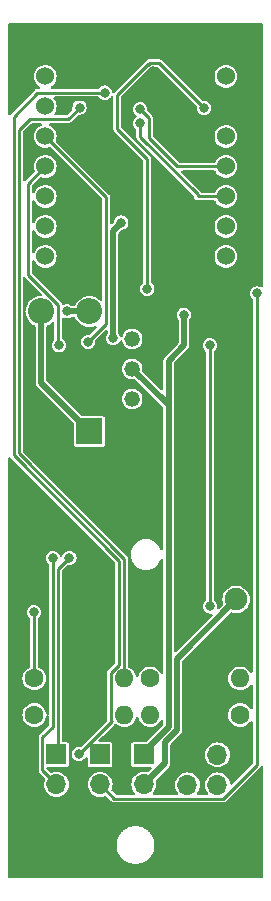
<source format=gbl>
%TF.GenerationSoftware,KiCad,Pcbnew,7.0.10*%
%TF.CreationDate,2024-06-11T23:21:08-07:00*%
%TF.ProjectId,NB002,4e423030-322e-46b6-9963-61645f706362,rev?*%
%TF.SameCoordinates,Original*%
%TF.FileFunction,Copper,L2,Bot*%
%TF.FilePolarity,Positive*%
%FSLAX46Y46*%
G04 Gerber Fmt 4.6, Leading zero omitted, Abs format (unit mm)*
G04 Created by KiCad (PCBNEW 7.0.10) date 2024-06-11 23:21:08*
%MOMM*%
%LPD*%
G01*
G04 APERTURE LIST*
%TA.AperFunction,ComponentPad*%
%ADD10R,2.200000X2.200000*%
%TD*%
%TA.AperFunction,ComponentPad*%
%ADD11O,2.200000X2.200000*%
%TD*%
%TA.AperFunction,ComponentPad*%
%ADD12R,1.700000X1.700000*%
%TD*%
%TA.AperFunction,ComponentPad*%
%ADD13O,1.700000X1.700000*%
%TD*%
%TA.AperFunction,ComponentPad*%
%ADD14C,1.320800*%
%TD*%
%TA.AperFunction,ComponentPad*%
%ADD15C,1.600000*%
%TD*%
%TA.AperFunction,ComponentPad*%
%ADD16O,1.600000X1.600000*%
%TD*%
%TA.AperFunction,ComponentPad*%
%ADD17C,1.905000*%
%TD*%
%TA.AperFunction,ComponentPad*%
%ADD18C,1.524000*%
%TD*%
%TA.AperFunction,ViaPad*%
%ADD19C,0.800000*%
%TD*%
%TA.AperFunction,Conductor*%
%ADD20C,0.500000*%
%TD*%
%TA.AperFunction,Conductor*%
%ADD21C,0.250000*%
%TD*%
G04 APERTURE END LIST*
D10*
%TO.P,D1,1,K*%
%TO.N,Net-(D1-K)*%
X117600000Y-107880000D03*
D11*
%TO.P,D1,2,A*%
%TO.N,Net-(D1-A)*%
X117600000Y-97720000D03*
%TD*%
D12*
%TO.P,SW2,1*%
%TO.N,unconnected-(U4-D1-Pad2)*%
X118900000Y-135225000D03*
D13*
%TO.P,SW2,2*%
%TO.N,unconnected-(U4-D2-Pad3)*%
X118900000Y-137765000D03*
%TD*%
D14*
%TO.P,SW1,1,A*%
%TO.N,Net-(B4-+)*%
X125324900Y-102600000D03*
%TO.P,SW1,2,B*%
%TO.N,Net-(HBridge1-VDD)*%
X125324900Y-100060000D03*
%TO.P,SW1,3,C*%
%TO.N,unconnected-(SW1-C-Pad3)*%
X125324900Y-105140000D03*
%TD*%
D12*
%TO.P,U2,1,GND*%
%TO.N,Net-(D1-K)*%
X130000000Y-135260000D03*
D13*
%TO.P,U2,2,VDD*%
%TO.N,Net-(U2-VDD)*%
X132540000Y-135260000D03*
%TO.P,U2,3,SCL*%
%TO.N,Net-(U2-SCL)*%
X130000000Y-137800000D03*
%TO.P,U2,4,SDA*%
%TO.N,Net-(U2-SDA)*%
X132540000Y-137800000D03*
%TD*%
D12*
%TO.P,B4,1,+*%
%TO.N,Net-(B4-+)*%
X126300000Y-135225000D03*
D13*
%TO.P,B4,2,-*%
%TO.N,Net-(B4--)*%
X126300000Y-137765000D03*
%TD*%
D15*
%TO.P,R4,1*%
%TO.N,Net-(U2-SCL)*%
X117025100Y-128800000D03*
D16*
%TO.P,R4,2*%
%TO.N,Net-(U2-VDD)*%
X124645100Y-128800000D03*
%TD*%
D17*
%TO.P,F1,1*%
%TO.N,Net-(D1-K)*%
X134120000Y-114490000D03*
%TO.P,F1,2*%
%TO.N,Net-(B4--)*%
X134120000Y-122110000D03*
%TD*%
D15*
%TO.P,R2,1*%
%TO.N,Net-(D2-A)*%
X126835100Y-128800000D03*
D16*
%TO.P,R2,2*%
%TO.N,Net-(U4-D0)*%
X134455100Y-128800000D03*
%TD*%
D12*
%TO.P,M1,1,+*%
%TO.N,Net-(HBridge1-Out1)*%
X122600000Y-135225000D03*
D13*
%TO.P,M1,2,-*%
%TO.N,Net-(HBridge1-Out2)*%
X122600000Y-137765000D03*
%TD*%
D10*
%TO.P,D2,1,K*%
%TO.N,Net-(D1-A)*%
X121700000Y-107880000D03*
D11*
%TO.P,D2,2,A*%
%TO.N,Net-(D2-A)*%
X121700000Y-97720000D03*
%TD*%
D15*
%TO.P,R1,1*%
%TO.N,Net-(HBridge1-VDD)*%
X117035100Y-131900000D03*
D16*
%TO.P,R1,2*%
%TO.N,Net-(U4-D0)*%
X124655100Y-131900000D03*
%TD*%
D18*
%TO.P,U4,0*%
%TO.N,N/C*%
X117957500Y-77830400D03*
%TO.P,U4,1,D0*%
%TO.N,Net-(U4-D0)*%
X117957500Y-80370400D03*
%TO.P,U4,2,D1*%
%TO.N,unconnected-(U4-D1-Pad2)*%
X117957500Y-82910400D03*
%TO.P,U4,3,D2*%
%TO.N,unconnected-(U4-D2-Pad3)*%
X117957500Y-85450400D03*
%TO.P,U4,3V3*%
%TO.N,Net-(U2-VDD)*%
X133257500Y-82910400D03*
%TO.P,U4,4,D3*%
%TO.N,Net-(U2-SDA)*%
X117957500Y-87990400D03*
%TO.P,U4,5,D4_SDA*%
%TO.N,Net-(U2-SCL)*%
X117957500Y-90530400D03*
%TO.P,U4,5V*%
%TO.N,N/C*%
X133257500Y-77830400D03*
%TO.P,U4,6,D5_SCL*%
X117957500Y-93070400D03*
%TO.P,U4,7,D6*%
%TO.N,Net-(U4-D6)*%
X133257500Y-93070400D03*
%TO.P,U4,8,D7*%
%TO.N,Net-(U4-D7)*%
X133257500Y-90530400D03*
%TO.P,U4,9,D8*%
%TO.N,unconnected-(U4-D8-Pad9)*%
X133257500Y-87990400D03*
%TO.P,U4,10,D9*%
%TO.N,Net-(HBridge1-In1)*%
X133257500Y-85450400D03*
%TO.P,U4,GND*%
%TO.N,Net-(D1-K)*%
X133257500Y-80370400D03*
%TD*%
D15*
%TO.P,R3,1*%
%TO.N,Net-(U2-VDD)*%
X134455100Y-131900000D03*
D16*
%TO.P,R3,2*%
%TO.N,Net-(U2-SDA)*%
X126835100Y-131900000D03*
%TD*%
D19*
%TO.N,Net-(B4-+)*%
X126600000Y-95800000D03*
X129700000Y-98000000D03*
X131400000Y-80500000D03*
%TO.N,Net-(D1-K)*%
X123400000Y-113600000D03*
X116400000Y-134800000D03*
X120800000Y-120300000D03*
X118300000Y-94800000D03*
X115900000Y-125000000D03*
X131100000Y-77000000D03*
X117400000Y-114000000D03*
X126400000Y-121200000D03*
X117400000Y-116400000D03*
X119000000Y-86700000D03*
X135200000Y-90600000D03*
X132600000Y-128800000D03*
X128400000Y-99300000D03*
X130500000Y-102400000D03*
X125100000Y-88500000D03*
X126400000Y-115700000D03*
X126800000Y-106700000D03*
X127100000Y-77400000D03*
X117900000Y-76000000D03*
X125200000Y-94500000D03*
X132900000Y-125700000D03*
X117200000Y-84200000D03*
X124400000Y-84300000D03*
X129400000Y-124400000D03*
X121700000Y-103800000D03*
X120600000Y-132100000D03*
X120600000Y-125500000D03*
X135100000Y-76000000D03*
X122500000Y-81100000D03*
X127700000Y-80700000D03*
X134800000Y-108600000D03*
X133800000Y-117400000D03*
X122800000Y-121000000D03*
X129400000Y-116700000D03*
X126400000Y-126000000D03*
X120800000Y-117300000D03*
X116700000Y-139600000D03*
X121000000Y-128900000D03*
X134800000Y-139600000D03*
X125400000Y-111500000D03*
X133100000Y-95000000D03*
X129700000Y-88300000D03*
%TO.N,Net-(HBridge1-VDD)*%
X124400000Y-90200000D03*
X123700000Y-100000000D03*
%TO.N,Net-(D2-A)*%
X119780000Y-97720000D03*
%TO.N,Net-(HBridge1-Out1)*%
X120800000Y-135200000D03*
X123000000Y-79200000D03*
%TO.N,Net-(HBridge1-Out2)*%
X135900000Y-96200000D03*
%TO.N,Net-(U4-D0)*%
X131900000Y-122700000D03*
X131900000Y-100600000D03*
%TO.N,Net-(U2-VDD)*%
X120862500Y-80462500D03*
%TO.N,Net-(U2-SCL)*%
X117000000Y-123200000D03*
%TO.N,unconnected-(U4-D1-Pad2)*%
X120000000Y-118600000D03*
X121600000Y-100300000D03*
%TO.N,unconnected-(U4-D2-Pad3)*%
X119100000Y-100600000D03*
X118600000Y-118600000D03*
%TO.N,unconnected-(U4-D8-Pad9)*%
X126000000Y-81800000D03*
%TO.N,Net-(HBridge1-In1)*%
X126000000Y-80600000D03*
%TD*%
D20*
%TO.N,Net-(B4-+)*%
X126300000Y-135225000D02*
X126300000Y-135000000D01*
X128400000Y-132900000D02*
X128400000Y-106100000D01*
D21*
X124050000Y-79424695D02*
X126687348Y-76787347D01*
X127575000Y-76675000D02*
X126799695Y-76675000D01*
X124050000Y-82261091D02*
X124050000Y-79424695D01*
X131400000Y-80500000D02*
X127575000Y-76675000D01*
D20*
X128400000Y-106100000D02*
X128400000Y-105675100D01*
X128400000Y-101900000D02*
X128400000Y-106100000D01*
D21*
X126799695Y-76675000D02*
X126637347Y-76837347D01*
D20*
X126300000Y-135000000D02*
X128400000Y-132900000D01*
D21*
X126600000Y-84811091D02*
X124050000Y-82261091D01*
D20*
X129700000Y-98000000D02*
X129700000Y-100600000D01*
D21*
X126600000Y-95800000D02*
X126600000Y-84811091D01*
D20*
X128400000Y-105675100D02*
X125324900Y-102600000D01*
X129700000Y-100600000D02*
X128400000Y-101900000D01*
%TO.N,Net-(B4--)*%
X126300000Y-137765000D02*
X128100000Y-135965000D01*
X129100000Y-133189949D02*
X129100000Y-127130000D01*
X129100000Y-127130000D02*
X134120000Y-122110000D01*
X128100000Y-134189950D02*
X129100000Y-133189949D01*
X128100000Y-135965000D02*
X128100000Y-134189950D01*
%TO.N,Net-(HBridge1-VDD)*%
X123700000Y-90900000D02*
X124400000Y-90200000D01*
X123700000Y-100000000D02*
X123700000Y-90900000D01*
%TO.N,Net-(D1-A)*%
X117600000Y-103780000D02*
X117600000Y-97720000D01*
X121700000Y-107880000D02*
X117600000Y-103780000D01*
%TO.N,Net-(D2-A)*%
X119780000Y-97720000D02*
X121700000Y-97720000D01*
D21*
%TO.N,Net-(HBridge1-Out1)*%
X124195100Y-127675000D02*
X124195100Y-118831496D01*
X115275000Y-81225000D02*
X117300000Y-79200000D01*
X123582055Y-132417945D02*
X123520100Y-132355990D01*
X124179109Y-127675000D02*
X124195100Y-127675000D01*
X124195100Y-118831496D02*
X115275000Y-109911396D01*
X115275000Y-109911396D02*
X115275000Y-81225000D01*
X117300000Y-79200000D02*
X123000000Y-79200000D01*
X123520100Y-132355990D02*
X123520100Y-128334009D01*
X123520100Y-128334009D02*
X124179109Y-127675000D01*
X120800000Y-135200000D02*
X123582055Y-132417945D01*
%TO.N,Net-(HBridge1-Out2)*%
X123810000Y-138975000D02*
X133026701Y-138975000D01*
X122600000Y-137765000D02*
X123810000Y-138975000D01*
X133026701Y-138975000D02*
X135847500Y-136154201D01*
X135847500Y-96252500D02*
X135900000Y-96200000D01*
X135847500Y-136154201D02*
X135847500Y-96252500D01*
%TO.N,Net-(U4-D0)*%
X131900000Y-100600000D02*
X131900000Y-122700000D01*
%TO.N,Net-(U2-VDD)*%
X115725000Y-109725000D02*
X115725000Y-82375000D01*
X115725000Y-82375000D02*
X116642600Y-81457400D01*
X124645100Y-128800000D02*
X124645100Y-118645100D01*
X119867600Y-81457400D02*
X120862500Y-80462500D01*
X124645100Y-118645100D02*
X115725000Y-109725000D01*
X116642600Y-81457400D02*
X119867600Y-81457400D01*
%TO.N,Net-(U2-SCL)*%
X117000000Y-123200000D02*
X117025100Y-123225100D01*
X117025100Y-123225100D02*
X117025100Y-128800000D01*
%TO.N,unconnected-(U4-D1-Pad2)*%
X119050000Y-119550000D02*
X119050000Y-135075000D01*
X123125000Y-98775000D02*
X121600000Y-100300000D01*
X123125000Y-88077900D02*
X123125000Y-98775000D01*
X120000000Y-118600000D02*
X119050000Y-119550000D01*
X117957500Y-82910400D02*
X123125000Y-88077900D01*
X119050000Y-135075000D02*
X118900000Y-135225000D01*
%TO.N,unconnected-(U4-D2-Pad3)*%
X118900000Y-137765000D02*
X117725000Y-136590000D01*
X119055000Y-100555000D02*
X119055000Y-97159745D01*
X118600000Y-132900000D02*
X118600000Y-118600000D01*
X119100000Y-100600000D02*
X119055000Y-100555000D01*
X117725000Y-136590000D02*
X117725000Y-133775000D01*
X119055000Y-97159745D02*
X116500000Y-94604745D01*
X117725000Y-133775000D02*
X118600000Y-132900000D01*
X116500000Y-94604745D02*
X116500000Y-86907900D01*
X116500000Y-86907900D02*
X117957500Y-85450400D01*
%TO.N,unconnected-(U4-D8-Pad9)*%
X130875000Y-87813299D02*
X130875000Y-87990400D01*
X126000000Y-82938299D02*
X130875000Y-87813299D01*
X126000000Y-81800000D02*
X126000000Y-82938299D01*
X130875000Y-87990400D02*
X133257500Y-87990400D01*
%TO.N,Net-(HBridge1-In1)*%
X129148497Y-85450400D02*
X133257500Y-85450400D01*
X126725000Y-81325000D02*
X126725000Y-83026903D01*
X126000000Y-80600000D02*
X126725000Y-81325000D01*
X126725000Y-83026903D02*
X129148497Y-85450400D01*
%TD*%
%TA.AperFunction,Conductor*%
%TO.N,Net-(D1-K)*%
G36*
X115005203Y-110106486D02*
G01*
X115018992Y-110120496D01*
X115021803Y-110123845D01*
X115021806Y-110123851D01*
X115032900Y-110133160D01*
X115050743Y-110148132D01*
X115058718Y-110155440D01*
X123833281Y-118930003D01*
X123866766Y-118991326D01*
X123869600Y-119017684D01*
X123869600Y-127472820D01*
X123849915Y-127539859D01*
X123833281Y-127560501D01*
X123303815Y-128089966D01*
X123295842Y-128097273D01*
X123266905Y-128121554D01*
X123248014Y-128154273D01*
X123242205Y-128163390D01*
X123220546Y-128194322D01*
X123218306Y-128199126D01*
X123211329Y-128215970D01*
X123209510Y-128220969D01*
X123202952Y-128258157D01*
X123200612Y-128268712D01*
X123190835Y-128305200D01*
X123190835Y-128305201D01*
X123194128Y-128342826D01*
X123194600Y-128353635D01*
X123194600Y-132293711D01*
X123174915Y-132360750D01*
X123158281Y-132381392D01*
X120971684Y-134567988D01*
X120910361Y-134601473D01*
X120867818Y-134603246D01*
X120800001Y-134594318D01*
X120799999Y-134594318D01*
X120643239Y-134614955D01*
X120643237Y-134614956D01*
X120497160Y-134675463D01*
X120371718Y-134771718D01*
X120275463Y-134897160D01*
X120214956Y-135043237D01*
X120214955Y-135043239D01*
X120197439Y-135176292D01*
X120188312Y-135196921D01*
X120193477Y-135204957D01*
X120197439Y-135223707D01*
X120214955Y-135356760D01*
X120214956Y-135356762D01*
X120260176Y-135465934D01*
X120275464Y-135502841D01*
X120371718Y-135628282D01*
X120497159Y-135724536D01*
X120643238Y-135785044D01*
X120711828Y-135794074D01*
X120799999Y-135805682D01*
X120800000Y-135805682D01*
X120800001Y-135805682D01*
X120852254Y-135798802D01*
X120956762Y-135785044D01*
X121102841Y-135724536D01*
X121228282Y-135628282D01*
X121324536Y-135502841D01*
X121324537Y-135502839D01*
X121327124Y-135499468D01*
X121383552Y-135458265D01*
X121453298Y-135454110D01*
X121514218Y-135488322D01*
X121546971Y-135550040D01*
X121549500Y-135574954D01*
X121549500Y-136094752D01*
X121561131Y-136153229D01*
X121561132Y-136153230D01*
X121605447Y-136219552D01*
X121671769Y-136263867D01*
X121671770Y-136263868D01*
X121730247Y-136275499D01*
X121730250Y-136275500D01*
X121730252Y-136275500D01*
X123469750Y-136275500D01*
X123469751Y-136275499D01*
X123485760Y-136272315D01*
X123528229Y-136263868D01*
X123528229Y-136263867D01*
X123528231Y-136263867D01*
X123594552Y-136219552D01*
X123638867Y-136153231D01*
X123638867Y-136153229D01*
X123638868Y-136153229D01*
X123650499Y-136094752D01*
X123650500Y-136094750D01*
X123650500Y-134355249D01*
X123650499Y-134355247D01*
X123638868Y-134296770D01*
X123638867Y-134296769D01*
X123594552Y-134230447D01*
X123528230Y-134186132D01*
X123528229Y-134186131D01*
X123469752Y-134174500D01*
X123469748Y-134174500D01*
X122585188Y-134174500D01*
X122518149Y-134154815D01*
X122472394Y-134102011D01*
X122462450Y-134032853D01*
X122491475Y-133969297D01*
X122497507Y-133962819D01*
X122810964Y-133649362D01*
X123754193Y-132706131D01*
X123754196Y-132706130D01*
X123771634Y-132688692D01*
X123771635Y-132688692D01*
X123812694Y-132647632D01*
X123874015Y-132614148D01*
X123943707Y-132619132D01*
X123979039Y-132639461D01*
X124096560Y-132735909D01*
X124096567Y-132735913D01*
X124270366Y-132828811D01*
X124270369Y-132828811D01*
X124270373Y-132828814D01*
X124458968Y-132886024D01*
X124655100Y-132905341D01*
X124851232Y-132886024D01*
X125039827Y-132828814D01*
X125213638Y-132735910D01*
X125365983Y-132610883D01*
X125491010Y-132458538D01*
X125583914Y-132284727D01*
X125626439Y-132144538D01*
X125664737Y-132086101D01*
X125728549Y-132057645D01*
X125797616Y-132068205D01*
X125850010Y-132114429D01*
X125863759Y-132144536D01*
X125893715Y-132243288D01*
X125906287Y-132284731D01*
X125999186Y-132458532D01*
X125999190Y-132458539D01*
X126124216Y-132610883D01*
X126276560Y-132735909D01*
X126276567Y-132735913D01*
X126450366Y-132828811D01*
X126450369Y-132828811D01*
X126450373Y-132828814D01*
X126638968Y-132886024D01*
X126835100Y-132905341D01*
X127031232Y-132886024D01*
X127219827Y-132828814D01*
X127393638Y-132735910D01*
X127545983Y-132610883D01*
X127671010Y-132458538D01*
X127690826Y-132421465D01*
X127716142Y-132374103D01*
X127765104Y-132324259D01*
X127833241Y-132308798D01*
X127898921Y-132332629D01*
X127941290Y-132388187D01*
X127949500Y-132432556D01*
X127949500Y-132662035D01*
X127929815Y-132729074D01*
X127913181Y-132749716D01*
X126524716Y-134138181D01*
X126463393Y-134171666D01*
X126437035Y-134174500D01*
X125430247Y-134174500D01*
X125371770Y-134186131D01*
X125371769Y-134186132D01*
X125305447Y-134230447D01*
X125261132Y-134296769D01*
X125261131Y-134296770D01*
X125249500Y-134355247D01*
X125249500Y-136094752D01*
X125261131Y-136153229D01*
X125261132Y-136153230D01*
X125305447Y-136219552D01*
X125371769Y-136263867D01*
X125371770Y-136263868D01*
X125430247Y-136275499D01*
X125430250Y-136275500D01*
X125430252Y-136275500D01*
X126853035Y-136275500D01*
X126920074Y-136295185D01*
X126965829Y-136347989D01*
X126975773Y-136417147D01*
X126946748Y-136480703D01*
X126940735Y-136487161D01*
X126762044Y-136665852D01*
X126706002Y-136721894D01*
X126644679Y-136755378D01*
X126582327Y-136752873D01*
X126505932Y-136729699D01*
X126505933Y-136729699D01*
X126320282Y-136711414D01*
X126300000Y-136709417D01*
X126299999Y-136709417D01*
X126094067Y-136729699D01*
X125896043Y-136789769D01*
X125813212Y-136834044D01*
X125713550Y-136887315D01*
X125713548Y-136887316D01*
X125713547Y-136887317D01*
X125553589Y-137018589D01*
X125422317Y-137178547D01*
X125324769Y-137361043D01*
X125264699Y-137559067D01*
X125244417Y-137765000D01*
X125264699Y-137970932D01*
X125264700Y-137970934D01*
X125324768Y-138168954D01*
X125422315Y-138351450D01*
X125422317Y-138351452D01*
X125500595Y-138446836D01*
X125527907Y-138511146D01*
X125516116Y-138580013D01*
X125468963Y-138631573D01*
X125404741Y-138649500D01*
X123996189Y-138649500D01*
X123929150Y-138629815D01*
X123908508Y-138613181D01*
X123601321Y-138305994D01*
X123567836Y-138244671D01*
X123572820Y-138174979D01*
X123574448Y-138170843D01*
X123575223Y-138168969D01*
X123575232Y-138168954D01*
X123635300Y-137970934D01*
X123655583Y-137765000D01*
X123635300Y-137559066D01*
X123575232Y-137361046D01*
X123477685Y-137178550D01*
X123375133Y-137053589D01*
X123346410Y-137018589D01*
X123186452Y-136887317D01*
X123186453Y-136887317D01*
X123186450Y-136887315D01*
X123003954Y-136789768D01*
X122805934Y-136729700D01*
X122805932Y-136729699D01*
X122805934Y-136729699D01*
X122600000Y-136709417D01*
X122394067Y-136729699D01*
X122196043Y-136789769D01*
X122113212Y-136834044D01*
X122013550Y-136887315D01*
X122013548Y-136887316D01*
X122013547Y-136887317D01*
X121853589Y-137018589D01*
X121722317Y-137178547D01*
X121624769Y-137361043D01*
X121564699Y-137559067D01*
X121544417Y-137765000D01*
X121564699Y-137970932D01*
X121564700Y-137970934D01*
X121624768Y-138168954D01*
X121722315Y-138351450D01*
X121722317Y-138351452D01*
X121853589Y-138511410D01*
X121937183Y-138580013D01*
X122013550Y-138642685D01*
X122196046Y-138740232D01*
X122394066Y-138800300D01*
X122394065Y-138800300D01*
X122412529Y-138802118D01*
X122600000Y-138820583D01*
X122805934Y-138800300D01*
X123003954Y-138740232D01*
X123003969Y-138740223D01*
X123005843Y-138739448D01*
X123006918Y-138739332D01*
X123009784Y-138738463D01*
X123009948Y-138739005D01*
X123075311Y-138731969D01*
X123137795Y-138763234D01*
X123140994Y-138766321D01*
X123565955Y-139191282D01*
X123573262Y-139199256D01*
X123597542Y-139228190D01*
X123597545Y-139228194D01*
X123630261Y-139247082D01*
X123639366Y-139252882D01*
X123670316Y-139274553D01*
X123670318Y-139274553D01*
X123670319Y-139274554D01*
X123675168Y-139276815D01*
X123691947Y-139283765D01*
X123696952Y-139285587D01*
X123696953Y-139285587D01*
X123696955Y-139285588D01*
X123734162Y-139292148D01*
X123744701Y-139294484D01*
X123781193Y-139304263D01*
X123818811Y-139300971D01*
X123829618Y-139300500D01*
X133007073Y-139300500D01*
X133017881Y-139300971D01*
X133055508Y-139304264D01*
X133092020Y-139294479D01*
X133102531Y-139292149D01*
X133139746Y-139285588D01*
X133139751Y-139285584D01*
X133144800Y-139283747D01*
X133161525Y-139276819D01*
X133166382Y-139274554D01*
X133166385Y-139274554D01*
X133197326Y-139252887D01*
X133206445Y-139247079D01*
X133239156Y-139228194D01*
X133239158Y-139228192D01*
X133263437Y-139199256D01*
X133270737Y-139191288D01*
X136063796Y-136398230D01*
X136071749Y-136390942D01*
X136100694Y-136366656D01*
X136119582Y-136333939D01*
X136125381Y-136324836D01*
X136147054Y-136293885D01*
X136147054Y-136293882D01*
X136149319Y-136289025D01*
X136156241Y-136272315D01*
X136158083Y-136267253D01*
X136158088Y-136267246D01*
X136158089Y-136267238D01*
X136159478Y-136263424D01*
X136163260Y-136258287D01*
X136163518Y-136257841D01*
X136163567Y-136257869D01*
X136200905Y-136207161D01*
X136266174Y-136182226D01*
X136334563Y-136196536D01*
X136384358Y-136245549D01*
X136400000Y-136305836D01*
X136400000Y-145576000D01*
X136380315Y-145643039D01*
X136327511Y-145688794D01*
X136276000Y-145700000D01*
X114924000Y-145700000D01*
X114856961Y-145680315D01*
X114811206Y-145627511D01*
X114800000Y-145576000D01*
X114800000Y-142899999D01*
X123994551Y-142899999D01*
X124002084Y-142995714D01*
X124002466Y-143005443D01*
X124002466Y-143025734D01*
X124005638Y-143045762D01*
X124006783Y-143055429D01*
X124010726Y-143105531D01*
X124014317Y-143151148D01*
X124014317Y-143151151D01*
X124014318Y-143151153D01*
X124036728Y-143244500D01*
X124038627Y-143254046D01*
X124041802Y-143274090D01*
X124048072Y-143293390D01*
X124050714Y-143302756D01*
X124073127Y-143396114D01*
X124109866Y-143484809D01*
X124113234Y-143493937D01*
X124118194Y-143509199D01*
X124119507Y-143513240D01*
X124119508Y-143513243D01*
X124119509Y-143513244D01*
X124128716Y-143531315D01*
X124132790Y-143540153D01*
X124169532Y-143628857D01*
X124219702Y-143710728D01*
X124224456Y-143719216D01*
X124230137Y-143730364D01*
X124233666Y-143737290D01*
X124233667Y-143737291D01*
X124245587Y-143753698D01*
X124250993Y-143761790D01*
X124292871Y-143830127D01*
X124301164Y-143843659D01*
X124301168Y-143843663D01*
X124301171Y-143843668D01*
X124363512Y-143916660D01*
X124369539Y-143924304D01*
X124381468Y-143940723D01*
X124395813Y-143955068D01*
X124402422Y-143962217D01*
X124464776Y-144035224D01*
X124537790Y-144097584D01*
X124544924Y-144104179D01*
X124559276Y-144118531D01*
X124575694Y-144130459D01*
X124583327Y-144136476D01*
X124656341Y-144198836D01*
X124656343Y-144198837D01*
X124656344Y-144198838D01*
X124656345Y-144198839D01*
X124738202Y-144249001D01*
X124746295Y-144254408D01*
X124762710Y-144266334D01*
X124780798Y-144275550D01*
X124789260Y-144280289D01*
X124871141Y-144330466D01*
X124871146Y-144330468D01*
X124959843Y-144367208D01*
X124968684Y-144371283D01*
X124986760Y-144380493D01*
X125006066Y-144386766D01*
X125015166Y-144390122D01*
X125103889Y-144426873D01*
X125197247Y-144449286D01*
X125206610Y-144451927D01*
X125225910Y-144458198D01*
X125225914Y-144458199D01*
X125236176Y-144459824D01*
X125245954Y-144461372D01*
X125255477Y-144463265D01*
X125348852Y-144485683D01*
X125444591Y-144493217D01*
X125454196Y-144494354D01*
X125474271Y-144497534D01*
X125474275Y-144497534D01*
X125494557Y-144497534D01*
X125504284Y-144497915D01*
X125600000Y-144505449D01*
X125695715Y-144497915D01*
X125705443Y-144497534D01*
X125725725Y-144497534D01*
X125725729Y-144497534D01*
X125745803Y-144494354D01*
X125755408Y-144493217D01*
X125851148Y-144485683D01*
X125944527Y-144463264D01*
X125954040Y-144461373D01*
X125974090Y-144458198D01*
X125993400Y-144451923D01*
X126002745Y-144449287D01*
X126070118Y-144433113D01*
X126096096Y-144426877D01*
X126096100Y-144426875D01*
X126096111Y-144426873D01*
X126184855Y-144390113D01*
X126193921Y-144386770D01*
X126213240Y-144380493D01*
X126231341Y-144371270D01*
X126240123Y-144367221D01*
X126328859Y-144330466D01*
X126410744Y-144280286D01*
X126419193Y-144275554D01*
X126437290Y-144266334D01*
X126453714Y-144254401D01*
X126461780Y-144249011D01*
X126543659Y-144198836D01*
X126616688Y-144136462D01*
X126624282Y-144130476D01*
X126640724Y-144118531D01*
X126655083Y-144104171D01*
X126662194Y-144097596D01*
X126735224Y-144035224D01*
X126797596Y-143962194D01*
X126804171Y-143955083D01*
X126818531Y-143940724D01*
X126830476Y-143924282D01*
X126836462Y-143916688D01*
X126898836Y-143843659D01*
X126949011Y-143761780D01*
X126954401Y-143753714D01*
X126966334Y-143737290D01*
X126975554Y-143719193D01*
X126980296Y-143710728D01*
X127030466Y-143628859D01*
X127067221Y-143540123D01*
X127071270Y-143531341D01*
X127080493Y-143513240D01*
X127086770Y-143493921D01*
X127090113Y-143484855D01*
X127126873Y-143396111D01*
X127127315Y-143394273D01*
X127133113Y-143370118D01*
X127149287Y-143302745D01*
X127151926Y-143293392D01*
X127158197Y-143274093D01*
X127158199Y-143274084D01*
X127158482Y-143272296D01*
X127161373Y-143254040D01*
X127163264Y-143244527D01*
X127185683Y-143151148D01*
X127193217Y-143055411D01*
X127194355Y-143045800D01*
X127197534Y-143025729D01*
X127198119Y-142995864D01*
X127198475Y-142988599D01*
X127205449Y-142900000D01*
X127198476Y-142811402D01*
X127198119Y-142804119D01*
X127197534Y-142774278D01*
X127197534Y-142774271D01*
X127194355Y-142754199D01*
X127193216Y-142744571D01*
X127185683Y-142648852D01*
X127163265Y-142555477D01*
X127161371Y-142545946D01*
X127158199Y-142525914D01*
X127158198Y-142525910D01*
X127151927Y-142506610D01*
X127149283Y-142497236D01*
X127126873Y-142403890D01*
X127126873Y-142403889D01*
X127090122Y-142315166D01*
X127086766Y-142306066D01*
X127080493Y-142286760D01*
X127071282Y-142268682D01*
X127067208Y-142259843D01*
X127030468Y-142171146D01*
X127030466Y-142171141D01*
X126980289Y-142089260D01*
X126975547Y-142080792D01*
X126966334Y-142062710D01*
X126954408Y-142046295D01*
X126949001Y-142038202D01*
X126898839Y-141956345D01*
X126898838Y-141956344D01*
X126898837Y-141956343D01*
X126898836Y-141956341D01*
X126836476Y-141883327D01*
X126830459Y-141875694D01*
X126830458Y-141875692D01*
X126818531Y-141859276D01*
X126804173Y-141844918D01*
X126797584Y-141837790D01*
X126735224Y-141764776D01*
X126662220Y-141702425D01*
X126662217Y-141702422D01*
X126655068Y-141695813D01*
X126640723Y-141681468D01*
X126624304Y-141669539D01*
X126616660Y-141663512D01*
X126543668Y-141601171D01*
X126543663Y-141601168D01*
X126543659Y-141601164D01*
X126530127Y-141592871D01*
X126461790Y-141550993D01*
X126453698Y-141545587D01*
X126437291Y-141533667D01*
X126437292Y-141533667D01*
X126437290Y-141533666D01*
X126430364Y-141530137D01*
X126419216Y-141524456D01*
X126410728Y-141519702D01*
X126328857Y-141469532D01*
X126240153Y-141432790D01*
X126231315Y-141428716D01*
X126213244Y-141419509D01*
X126213243Y-141419508D01*
X126213240Y-141419507D01*
X126209199Y-141418194D01*
X126193937Y-141413234D01*
X126184809Y-141409866D01*
X126096114Y-141373127D01*
X126002756Y-141350714D01*
X125993390Y-141348072D01*
X125974090Y-141341802D01*
X125954046Y-141338627D01*
X125944500Y-141336728D01*
X125851152Y-141314318D01*
X125851153Y-141314318D01*
X125851151Y-141314317D01*
X125851148Y-141314317D01*
X125805531Y-141310726D01*
X125755429Y-141306783D01*
X125745762Y-141305638D01*
X125725734Y-141302466D01*
X125725729Y-141302466D01*
X125705443Y-141302466D01*
X125695715Y-141302084D01*
X125600000Y-141294551D01*
X125504284Y-141302084D01*
X125494557Y-141302466D01*
X125474272Y-141302466D01*
X125474271Y-141302466D01*
X125457612Y-141305104D01*
X125454237Y-141305639D01*
X125444571Y-141306783D01*
X125348851Y-141314317D01*
X125348844Y-141314318D01*
X125255499Y-141336728D01*
X125245953Y-141338627D01*
X125225913Y-141341801D01*
X125225904Y-141341803D01*
X125206615Y-141348071D01*
X125197244Y-141350714D01*
X125103891Y-141373125D01*
X125015185Y-141409868D01*
X125006059Y-141413235D01*
X124986757Y-141419507D01*
X124968682Y-141428716D01*
X124959851Y-141432787D01*
X124871141Y-141469534D01*
X124789275Y-141519700D01*
X124780792Y-141524451D01*
X124762716Y-141533662D01*
X124762709Y-141533667D01*
X124746298Y-141545589D01*
X124738212Y-141550991D01*
X124656339Y-141601165D01*
X124583332Y-141663518D01*
X124575692Y-141669541D01*
X124559276Y-141681468D01*
X124544918Y-141695825D01*
X124537777Y-141702425D01*
X124464775Y-141764775D01*
X124402425Y-141837777D01*
X124395825Y-141844918D01*
X124381468Y-141859276D01*
X124369541Y-141875692D01*
X124363518Y-141883332D01*
X124301165Y-141956339D01*
X124250991Y-142038212D01*
X124245589Y-142046298D01*
X124233667Y-142062709D01*
X124233662Y-142062716D01*
X124224451Y-142080792D01*
X124219700Y-142089275D01*
X124169534Y-142171141D01*
X124132787Y-142259851D01*
X124128716Y-142268682D01*
X124119507Y-142286757D01*
X124113235Y-142306059D01*
X124109868Y-142315185D01*
X124073125Y-142403891D01*
X124050714Y-142497244D01*
X124048071Y-142506615D01*
X124041803Y-142525904D01*
X124041801Y-142525913D01*
X124038627Y-142545953D01*
X124036728Y-142555499D01*
X124014318Y-142648844D01*
X124014317Y-142648851D01*
X124006783Y-142744571D01*
X124005639Y-142754237D01*
X124002466Y-142774271D01*
X124002466Y-142794555D01*
X124002084Y-142804284D01*
X123994551Y-142899999D01*
X114800000Y-142899999D01*
X114800000Y-131900000D01*
X116029759Y-131900000D01*
X116049075Y-132096129D01*
X116106288Y-132284733D01*
X116199186Y-132458532D01*
X116199190Y-132458539D01*
X116324216Y-132610883D01*
X116476560Y-132735909D01*
X116476567Y-132735913D01*
X116650366Y-132828811D01*
X116650369Y-132828811D01*
X116650373Y-132828814D01*
X116838968Y-132886024D01*
X117035100Y-132905341D01*
X117231232Y-132886024D01*
X117419827Y-132828814D01*
X117593638Y-132735910D01*
X117745983Y-132610883D01*
X117871010Y-132458538D01*
X117963914Y-132284727D01*
X118021124Y-132096132D01*
X118027097Y-132035485D01*
X118053258Y-131970699D01*
X118110292Y-131930340D01*
X118180092Y-131927223D01*
X118240497Y-131962337D01*
X118272328Y-132024535D01*
X118274500Y-132047640D01*
X118274500Y-132713811D01*
X118254815Y-132780850D01*
X118238181Y-132801492D01*
X117508715Y-133530957D01*
X117500742Y-133538264D01*
X117471805Y-133562545D01*
X117452914Y-133595264D01*
X117447105Y-133604381D01*
X117425446Y-133635313D01*
X117423206Y-133640117D01*
X117416229Y-133656961D01*
X117414410Y-133661960D01*
X117407852Y-133699148D01*
X117405512Y-133709703D01*
X117395735Y-133746191D01*
X117395735Y-133746192D01*
X117399028Y-133783817D01*
X117399500Y-133794626D01*
X117399500Y-136570372D01*
X117399028Y-136581181D01*
X117395735Y-136618808D01*
X117405512Y-136655298D01*
X117407852Y-136665852D01*
X117414411Y-136703042D01*
X117416235Y-136708055D01*
X117423197Y-136724861D01*
X117425446Y-136729684D01*
X117447104Y-136760616D01*
X117452914Y-136769734D01*
X117471806Y-136802455D01*
X117498398Y-136824768D01*
X117500743Y-136826736D01*
X117508718Y-136834044D01*
X117898678Y-137224004D01*
X117932163Y-137285327D01*
X117927179Y-137355019D01*
X117925563Y-137359126D01*
X117924771Y-137361038D01*
X117924769Y-137361043D01*
X117924768Y-137361046D01*
X117897653Y-137450430D01*
X117864699Y-137559067D01*
X117844417Y-137765000D01*
X117864699Y-137970932D01*
X117864700Y-137970934D01*
X117924768Y-138168954D01*
X118022315Y-138351450D01*
X118022317Y-138351452D01*
X118153589Y-138511410D01*
X118237183Y-138580013D01*
X118313550Y-138642685D01*
X118496046Y-138740232D01*
X118694066Y-138800300D01*
X118694065Y-138800300D01*
X118712529Y-138802118D01*
X118900000Y-138820583D01*
X119105934Y-138800300D01*
X119303954Y-138740232D01*
X119486450Y-138642685D01*
X119646410Y-138511410D01*
X119777685Y-138351450D01*
X119875232Y-138168954D01*
X119935300Y-137970934D01*
X119955583Y-137765000D01*
X119935300Y-137559066D01*
X119875232Y-137361046D01*
X119777685Y-137178550D01*
X119675133Y-137053589D01*
X119646410Y-137018589D01*
X119486452Y-136887317D01*
X119486453Y-136887317D01*
X119486450Y-136887315D01*
X119303954Y-136789768D01*
X119105934Y-136729700D01*
X119105932Y-136729699D01*
X119105934Y-136729699D01*
X118900000Y-136709417D01*
X118694067Y-136729699D01*
X118592148Y-136760616D01*
X118496046Y-136789768D01*
X118496043Y-136789769D01*
X118496038Y-136789771D01*
X118494126Y-136790563D01*
X118493045Y-136790679D01*
X118490217Y-136791537D01*
X118490054Y-136791000D01*
X118424656Y-136798024D01*
X118362180Y-136766743D01*
X118359004Y-136763678D01*
X118086819Y-136491493D01*
X118053334Y-136430170D01*
X118050500Y-136403812D01*
X118050500Y-136399500D01*
X118070185Y-136332461D01*
X118122989Y-136286706D01*
X118174500Y-136275500D01*
X119769750Y-136275500D01*
X119769751Y-136275499D01*
X119785760Y-136272315D01*
X119828229Y-136263868D01*
X119828229Y-136263867D01*
X119828231Y-136263867D01*
X119894552Y-136219552D01*
X119938867Y-136153231D01*
X119938867Y-136153229D01*
X119938868Y-136153229D01*
X119950499Y-136094752D01*
X119950500Y-136094750D01*
X119950500Y-135239892D01*
X119962045Y-135200574D01*
X119951981Y-135179213D01*
X119950500Y-135160107D01*
X119950500Y-134355249D01*
X119950499Y-134355247D01*
X119938868Y-134296770D01*
X119938867Y-134296769D01*
X119894552Y-134230447D01*
X119828230Y-134186132D01*
X119828229Y-134186131D01*
X119769752Y-134174500D01*
X119769748Y-134174500D01*
X119499500Y-134174500D01*
X119432461Y-134154815D01*
X119386706Y-134102011D01*
X119375500Y-134050500D01*
X119375500Y-119736187D01*
X119395185Y-119669148D01*
X119411815Y-119648510D01*
X119828315Y-119232009D01*
X119889636Y-119198526D01*
X119932180Y-119196753D01*
X119999999Y-119205682D01*
X120000000Y-119205682D01*
X120000001Y-119205682D01*
X120052254Y-119198802D01*
X120156762Y-119185044D01*
X120302841Y-119124536D01*
X120428282Y-119028282D01*
X120524536Y-118902841D01*
X120585044Y-118756762D01*
X120605682Y-118600000D01*
X120585044Y-118443238D01*
X120524536Y-118297159D01*
X120428282Y-118171718D01*
X120302841Y-118075464D01*
X120301240Y-118074801D01*
X120156762Y-118014956D01*
X120156760Y-118014955D01*
X120000001Y-117994318D01*
X119999999Y-117994318D01*
X119843239Y-118014955D01*
X119843237Y-118014956D01*
X119697160Y-118075463D01*
X119571718Y-118171718D01*
X119475463Y-118297160D01*
X119474287Y-118300000D01*
X119414957Y-118443237D01*
X119414561Y-118444192D01*
X119370720Y-118498595D01*
X119304426Y-118520660D01*
X119236727Y-118503381D01*
X119189116Y-118452244D01*
X119185439Y-118444192D01*
X119185044Y-118443238D01*
X119124536Y-118297159D01*
X119028282Y-118171718D01*
X118902841Y-118075464D01*
X118901240Y-118074801D01*
X118756762Y-118014956D01*
X118756760Y-118014955D01*
X118600001Y-117994318D01*
X118599999Y-117994318D01*
X118443239Y-118014955D01*
X118443237Y-118014956D01*
X118297160Y-118075463D01*
X118171718Y-118171718D01*
X118075463Y-118297160D01*
X118014956Y-118443237D01*
X118014955Y-118443239D01*
X117994318Y-118599998D01*
X117994318Y-118600001D01*
X118014955Y-118756760D01*
X118014956Y-118756762D01*
X118075464Y-118902841D01*
X118171718Y-119028282D01*
X118225987Y-119069924D01*
X118267189Y-119126349D01*
X118274500Y-119168298D01*
X118274500Y-128753893D01*
X118260813Y-128800502D01*
X118272328Y-128823001D01*
X118274500Y-128846106D01*
X118274500Y-131752359D01*
X118254815Y-131819398D01*
X118202011Y-131865153D01*
X118132853Y-131875097D01*
X118069297Y-131846072D01*
X118031523Y-131787294D01*
X118027097Y-131764513D01*
X118021124Y-131703870D01*
X118021124Y-131703868D01*
X117963914Y-131515273D01*
X117963911Y-131515269D01*
X117963911Y-131515266D01*
X117871013Y-131341467D01*
X117871009Y-131341460D01*
X117745983Y-131189116D01*
X117593639Y-131064090D01*
X117593632Y-131064086D01*
X117419833Y-130971188D01*
X117419827Y-130971186D01*
X117231232Y-130913976D01*
X117231229Y-130913975D01*
X117035100Y-130894659D01*
X116838970Y-130913975D01*
X116650366Y-130971188D01*
X116476567Y-131064086D01*
X116476560Y-131064090D01*
X116324216Y-131189116D01*
X116199190Y-131341460D01*
X116199186Y-131341467D01*
X116106288Y-131515266D01*
X116049075Y-131703870D01*
X116029759Y-131900000D01*
X114800000Y-131900000D01*
X114800000Y-128800000D01*
X116019759Y-128800000D01*
X116039075Y-128996129D01*
X116096288Y-129184733D01*
X116189186Y-129358532D01*
X116189190Y-129358539D01*
X116314216Y-129510883D01*
X116466560Y-129635909D01*
X116466567Y-129635913D01*
X116640366Y-129728811D01*
X116640369Y-129728811D01*
X116640373Y-129728814D01*
X116828968Y-129786024D01*
X117025100Y-129805341D01*
X117221232Y-129786024D01*
X117409827Y-129728814D01*
X117583638Y-129635910D01*
X117735983Y-129510883D01*
X117861010Y-129358538D01*
X117953914Y-129184727D01*
X118011124Y-128996132D01*
X118027097Y-128833951D01*
X118039994Y-128802010D01*
X118031523Y-128788828D01*
X118027097Y-128766047D01*
X118011124Y-128603870D01*
X118011124Y-128603868D01*
X117953914Y-128415273D01*
X117953911Y-128415269D01*
X117953911Y-128415266D01*
X117861013Y-128241467D01*
X117861009Y-128241460D01*
X117735983Y-128089116D01*
X117583639Y-127964090D01*
X117583632Y-127964085D01*
X117416147Y-127874563D01*
X117366302Y-127825601D01*
X117350600Y-127765205D01*
X117350600Y-123749039D01*
X117370285Y-123682000D01*
X117399114Y-123650663D01*
X117428282Y-123628282D01*
X117524536Y-123502841D01*
X117585044Y-123356762D01*
X117604660Y-123207761D01*
X117605682Y-123200001D01*
X117605682Y-123199998D01*
X117585044Y-123043239D01*
X117585044Y-123043238D01*
X117524536Y-122897159D01*
X117428282Y-122771718D01*
X117302841Y-122675464D01*
X117156762Y-122614956D01*
X117156760Y-122614955D01*
X117000001Y-122594318D01*
X116999999Y-122594318D01*
X116843239Y-122614955D01*
X116843237Y-122614956D01*
X116697160Y-122675463D01*
X116571718Y-122771718D01*
X116475463Y-122897160D01*
X116414956Y-123043237D01*
X116414955Y-123043239D01*
X116394318Y-123199998D01*
X116394318Y-123200001D01*
X116414955Y-123356760D01*
X116414956Y-123356762D01*
X116475464Y-123502841D01*
X116477332Y-123505275D01*
X116571719Y-123628283D01*
X116651086Y-123689183D01*
X116692289Y-123745611D01*
X116699600Y-123787559D01*
X116699600Y-127765205D01*
X116679915Y-127832244D01*
X116634053Y-127874563D01*
X116466567Y-127964085D01*
X116466560Y-127964090D01*
X116314216Y-128089116D01*
X116189190Y-128241460D01*
X116189186Y-128241467D01*
X116096288Y-128415266D01*
X116039075Y-128603870D01*
X116019759Y-128800000D01*
X114800000Y-128800000D01*
X114800000Y-110200199D01*
X114819685Y-110133160D01*
X114872489Y-110087405D01*
X114941647Y-110077461D01*
X115005203Y-110106486D01*
G37*
%TD.AperFunction*%
%TA.AperFunction,Conductor*%
G36*
X136343039Y-73319685D02*
G01*
X136388794Y-73372489D01*
X136400000Y-73424000D01*
X136400000Y-95575302D01*
X136380315Y-95642341D01*
X136327511Y-95688096D01*
X136258353Y-95698040D01*
X136210765Y-95677996D01*
X136209881Y-95679528D01*
X136202843Y-95675465D01*
X136202838Y-95675463D01*
X136056762Y-95614956D01*
X136056760Y-95614955D01*
X135900001Y-95594318D01*
X135899999Y-95594318D01*
X135743239Y-95614955D01*
X135743237Y-95614956D01*
X135597160Y-95675463D01*
X135471718Y-95771718D01*
X135375463Y-95897160D01*
X135314956Y-96043237D01*
X135314955Y-96043239D01*
X135294318Y-96199998D01*
X135294318Y-96200001D01*
X135314955Y-96356760D01*
X135314956Y-96356762D01*
X135371494Y-96493258D01*
X135375464Y-96502841D01*
X135471718Y-96628282D01*
X135473484Y-96629637D01*
X135474598Y-96631163D01*
X135477469Y-96634034D01*
X135477021Y-96634481D01*
X135514688Y-96686064D01*
X135522000Y-96728015D01*
X135522000Y-122061747D01*
X135507532Y-122111017D01*
X135519693Y-122134444D01*
X135522000Y-122158252D01*
X135522000Y-128178577D01*
X135502315Y-128245616D01*
X135449511Y-128291371D01*
X135380353Y-128301315D01*
X135316797Y-128272290D01*
X135295589Y-128245731D01*
X135294396Y-128246529D01*
X135291009Y-128241460D01*
X135165983Y-128089116D01*
X135013639Y-127964090D01*
X135013632Y-127964086D01*
X134839833Y-127871188D01*
X134839827Y-127871186D01*
X134651232Y-127813976D01*
X134651229Y-127813975D01*
X134455100Y-127794659D01*
X134258970Y-127813975D01*
X134070366Y-127871188D01*
X133896567Y-127964086D01*
X133896560Y-127964090D01*
X133744216Y-128089116D01*
X133619190Y-128241460D01*
X133619186Y-128241467D01*
X133526288Y-128415266D01*
X133469075Y-128603870D01*
X133449759Y-128800000D01*
X133469075Y-128996129D01*
X133526288Y-129184733D01*
X133619186Y-129358532D01*
X133619190Y-129358539D01*
X133744216Y-129510883D01*
X133896560Y-129635909D01*
X133896567Y-129635913D01*
X134070366Y-129728811D01*
X134070369Y-129728811D01*
X134070373Y-129728814D01*
X134258968Y-129786024D01*
X134455100Y-129805341D01*
X134651232Y-129786024D01*
X134839827Y-129728814D01*
X135013638Y-129635910D01*
X135165983Y-129510883D01*
X135291010Y-129358538D01*
X135291011Y-129358535D01*
X135294396Y-129353471D01*
X135296563Y-129354919D01*
X135337559Y-129313150D01*
X135405690Y-129297661D01*
X135471379Y-129321465D01*
X135513772Y-129377005D01*
X135522000Y-129421422D01*
X135522000Y-131278577D01*
X135502315Y-131345616D01*
X135449511Y-131391371D01*
X135380353Y-131401315D01*
X135316797Y-131372290D01*
X135295589Y-131345731D01*
X135294396Y-131346529D01*
X135291009Y-131341460D01*
X135165983Y-131189116D01*
X135013639Y-131064090D01*
X135013632Y-131064086D01*
X134839833Y-130971188D01*
X134839827Y-130971186D01*
X134651232Y-130913976D01*
X134651229Y-130913975D01*
X134455100Y-130894659D01*
X134258970Y-130913975D01*
X134070366Y-130971188D01*
X133896567Y-131064086D01*
X133896560Y-131064090D01*
X133744216Y-131189116D01*
X133619190Y-131341460D01*
X133619186Y-131341467D01*
X133526288Y-131515266D01*
X133469075Y-131703870D01*
X133449759Y-131900000D01*
X133469075Y-132096129D01*
X133526288Y-132284733D01*
X133619186Y-132458532D01*
X133619190Y-132458539D01*
X133744216Y-132610883D01*
X133896560Y-132735909D01*
X133896567Y-132735913D01*
X134070366Y-132828811D01*
X134070369Y-132828811D01*
X134070373Y-132828814D01*
X134258968Y-132886024D01*
X134455100Y-132905341D01*
X134651232Y-132886024D01*
X134839827Y-132828814D01*
X135013638Y-132735910D01*
X135165983Y-132610883D01*
X135291010Y-132458538D01*
X135291011Y-132458535D01*
X135294396Y-132453471D01*
X135296563Y-132454919D01*
X135337559Y-132413150D01*
X135405690Y-132397661D01*
X135471379Y-132421465D01*
X135513772Y-132477005D01*
X135522000Y-132521422D01*
X135522000Y-135968011D01*
X135502315Y-136035050D01*
X135485681Y-136055692D01*
X133794040Y-137747332D01*
X133732717Y-137780817D01*
X133663025Y-137775833D01*
X133607092Y-137733961D01*
X133582956Y-137671806D01*
X133575300Y-137594066D01*
X133515232Y-137396046D01*
X133417685Y-137213550D01*
X133365702Y-137150209D01*
X133286410Y-137053589D01*
X133126452Y-136922317D01*
X133126453Y-136922317D01*
X133126450Y-136922315D01*
X132943954Y-136824768D01*
X132745934Y-136764700D01*
X132745932Y-136764699D01*
X132745934Y-136764699D01*
X132540000Y-136744417D01*
X132334067Y-136764699D01*
X132136043Y-136824769D01*
X132025898Y-136883643D01*
X131953550Y-136922315D01*
X131953548Y-136922316D01*
X131953547Y-136922317D01*
X131793589Y-137053589D01*
X131662317Y-137213547D01*
X131662315Y-137213550D01*
X131623949Y-137285327D01*
X131564769Y-137396043D01*
X131504699Y-137594067D01*
X131484417Y-137800000D01*
X131504699Y-138005932D01*
X131564769Y-138203956D01*
X131662317Y-138386453D01*
X131711871Y-138446835D01*
X131739184Y-138511145D01*
X131727393Y-138580013D01*
X131680240Y-138631573D01*
X131616018Y-138649500D01*
X130923982Y-138649500D01*
X130856943Y-138629815D01*
X130811188Y-138577011D01*
X130801244Y-138507853D01*
X130828129Y-138446835D01*
X130849095Y-138421286D01*
X130877685Y-138386450D01*
X130975232Y-138203954D01*
X131035300Y-138005934D01*
X131055583Y-137800000D01*
X131035300Y-137594066D01*
X130975232Y-137396046D01*
X130877685Y-137213550D01*
X130825702Y-137150209D01*
X130746410Y-137053589D01*
X130586452Y-136922317D01*
X130586453Y-136922317D01*
X130586450Y-136922315D01*
X130403954Y-136824768D01*
X130205934Y-136764700D01*
X130205932Y-136764699D01*
X130205934Y-136764699D01*
X130000000Y-136744417D01*
X129794067Y-136764699D01*
X129596043Y-136824769D01*
X129485898Y-136883643D01*
X129413550Y-136922315D01*
X129413548Y-136922316D01*
X129413547Y-136922317D01*
X129253589Y-137053589D01*
X129122317Y-137213547D01*
X129122315Y-137213550D01*
X129083949Y-137285327D01*
X129024769Y-137396043D01*
X128964699Y-137594067D01*
X128944417Y-137800000D01*
X128964699Y-138005932D01*
X129024769Y-138203956D01*
X129122317Y-138386453D01*
X129171871Y-138446835D01*
X129199184Y-138511145D01*
X129187393Y-138580013D01*
X129140240Y-138631573D01*
X129076018Y-138649500D01*
X127195259Y-138649500D01*
X127128220Y-138629815D01*
X127082465Y-138577011D01*
X127072521Y-138507853D01*
X127099405Y-138446836D01*
X127128469Y-138411420D01*
X127177685Y-138351450D01*
X127275232Y-138168954D01*
X127335300Y-137970934D01*
X127355583Y-137765000D01*
X127335300Y-137559066D01*
X127312125Y-137482671D01*
X127311503Y-137412805D01*
X127343104Y-137358998D01*
X128395749Y-136306353D01*
X128406098Y-136297105D01*
X128433970Y-136274879D01*
X128466184Y-136227628D01*
X128468852Y-136223869D01*
X128502792Y-136177883D01*
X128502793Y-136177877D01*
X128506786Y-136170325D01*
X128510468Y-136162677D01*
X128510472Y-136162673D01*
X128527336Y-136107998D01*
X128528769Y-136103643D01*
X128547646Y-136049700D01*
X128547646Y-136049694D01*
X128549228Y-136041336D01*
X128550500Y-136032899D01*
X128550500Y-135975738D01*
X128550587Y-135971100D01*
X128552724Y-135913989D01*
X128551684Y-135904756D01*
X128552513Y-135904662D01*
X128550500Y-135889364D01*
X128550500Y-135260000D01*
X131484417Y-135260000D01*
X131504699Y-135465932D01*
X131504700Y-135465934D01*
X131564768Y-135663954D01*
X131662315Y-135846450D01*
X131662317Y-135846452D01*
X131793589Y-136006410D01*
X131880088Y-136077397D01*
X131953550Y-136137685D01*
X132136046Y-136235232D01*
X132334066Y-136295300D01*
X132334065Y-136295300D01*
X132352270Y-136297093D01*
X132540000Y-136315583D01*
X132745934Y-136295300D01*
X132943954Y-136235232D01*
X133126450Y-136137685D01*
X133286410Y-136006410D01*
X133417685Y-135846450D01*
X133515232Y-135663954D01*
X133575300Y-135465934D01*
X133595583Y-135260000D01*
X133575300Y-135054066D01*
X133515232Y-134856046D01*
X133417685Y-134673550D01*
X133316525Y-134550285D01*
X133286410Y-134513589D01*
X133126452Y-134382317D01*
X133126453Y-134382317D01*
X133126450Y-134382315D01*
X132943954Y-134284768D01*
X132745934Y-134224700D01*
X132745932Y-134224699D01*
X132745934Y-134224699D01*
X132540000Y-134204417D01*
X132334067Y-134224699D01*
X132136043Y-134284769D01*
X132032281Y-134340232D01*
X131953550Y-134382315D01*
X131953548Y-134382316D01*
X131953547Y-134382317D01*
X131793589Y-134513589D01*
X131662317Y-134673547D01*
X131662315Y-134673550D01*
X131661292Y-134675464D01*
X131564769Y-134856043D01*
X131504699Y-135054067D01*
X131484417Y-135260000D01*
X128550500Y-135260000D01*
X128550500Y-134427913D01*
X128570185Y-134360874D01*
X128586815Y-134340236D01*
X129395744Y-133531306D01*
X129406093Y-133522058D01*
X129433970Y-133499828D01*
X129466198Y-133452556D01*
X129468812Y-133448872D01*
X129502793Y-133402831D01*
X129502793Y-133402828D01*
X129502795Y-133402827D01*
X129506787Y-133395273D01*
X129510471Y-133387624D01*
X129527324Y-133332984D01*
X129528762Y-133328611D01*
X129547646Y-133274648D01*
X129547646Y-133274645D01*
X129549232Y-133266260D01*
X129550500Y-133257853D01*
X129550500Y-133200687D01*
X129550587Y-133196049D01*
X129552724Y-133138941D01*
X129551684Y-133129710D01*
X129552513Y-133129616D01*
X129550500Y-133114315D01*
X129550500Y-127367964D01*
X129570185Y-127300925D01*
X129586814Y-127280288D01*
X133630841Y-123236260D01*
X133692162Y-123202777D01*
X133761854Y-123207761D01*
X133763294Y-123208309D01*
X133803115Y-123223736D01*
X134013159Y-123263000D01*
X134013161Y-123263000D01*
X134226839Y-123263000D01*
X134226841Y-123263000D01*
X134436885Y-123223736D01*
X134636138Y-123146545D01*
X134817815Y-123034056D01*
X134952006Y-122911723D01*
X134975726Y-122890101D01*
X134977601Y-122887619D01*
X135104500Y-122719577D01*
X135199747Y-122528296D01*
X135258224Y-122322771D01*
X135274529Y-122146811D01*
X135288548Y-122111504D01*
X135279023Y-122096682D01*
X135274529Y-122073188D01*
X135258224Y-121897229D01*
X135258223Y-121897227D01*
X135199748Y-121691708D01*
X135199747Y-121691704D01*
X135199742Y-121691693D01*
X135104503Y-121500428D01*
X135104498Y-121500420D01*
X134975726Y-121329898D01*
X134817815Y-121185944D01*
X134817813Y-121185942D01*
X134636141Y-121073456D01*
X134636135Y-121073453D01*
X134479097Y-121012617D01*
X134436885Y-120996264D01*
X134226841Y-120957000D01*
X134013159Y-120957000D01*
X133803115Y-120996264D01*
X133803112Y-120996264D01*
X133803112Y-120996265D01*
X133603864Y-121073453D01*
X133603858Y-121073456D01*
X133422186Y-121185942D01*
X133422184Y-121185944D01*
X133264273Y-121329898D01*
X133135501Y-121500420D01*
X133135496Y-121500428D01*
X133040257Y-121691693D01*
X133040251Y-121691708D01*
X132981776Y-121897227D01*
X132981775Y-121897229D01*
X132962060Y-122109999D01*
X132962060Y-122110000D01*
X132981775Y-122322770D01*
X132981776Y-122322773D01*
X133025703Y-122477161D01*
X133025116Y-122547028D01*
X132994118Y-122598776D01*
X132705275Y-122887619D01*
X132643952Y-122921104D01*
X132574260Y-122916120D01*
X132518327Y-122874248D01*
X132493910Y-122808784D01*
X132494654Y-122783760D01*
X132505682Y-122700000D01*
X132485044Y-122543238D01*
X132424536Y-122397159D01*
X132328282Y-122271718D01*
X132328280Y-122271716D01*
X132328279Y-122271715D01*
X132274012Y-122230074D01*
X132232810Y-122173646D01*
X132225500Y-122131699D01*
X132225500Y-101168298D01*
X132245185Y-101101259D01*
X132274010Y-101069925D01*
X132328282Y-101028282D01*
X132424536Y-100902841D01*
X132485044Y-100756762D01*
X132505682Y-100600000D01*
X132498966Y-100548990D01*
X132485044Y-100443239D01*
X132485044Y-100443238D01*
X132424536Y-100297159D01*
X132328282Y-100171718D01*
X132202841Y-100075464D01*
X132056762Y-100014956D01*
X132056760Y-100014955D01*
X131900001Y-99994318D01*
X131899999Y-99994318D01*
X131743239Y-100014955D01*
X131743237Y-100014956D01*
X131597160Y-100075463D01*
X131471718Y-100171718D01*
X131375463Y-100297160D01*
X131314956Y-100443237D01*
X131314955Y-100443239D01*
X131294318Y-100599998D01*
X131294318Y-100600001D01*
X131314955Y-100756760D01*
X131314956Y-100756762D01*
X131375464Y-100902841D01*
X131471718Y-101028282D01*
X131525987Y-101069924D01*
X131567189Y-101126349D01*
X131574500Y-101168298D01*
X131574500Y-122131699D01*
X131554815Y-122198738D01*
X131525988Y-122230074D01*
X131471720Y-122271715D01*
X131375463Y-122397160D01*
X131314956Y-122543237D01*
X131314955Y-122543239D01*
X131294318Y-122699998D01*
X131294318Y-122700001D01*
X131314955Y-122856760D01*
X131314956Y-122856762D01*
X131375464Y-123002841D01*
X131471718Y-123128282D01*
X131597159Y-123224536D01*
X131743238Y-123285044D01*
X131816241Y-123294655D01*
X131899999Y-123305682D01*
X131900000Y-123305682D01*
X131983755Y-123294655D01*
X132052787Y-123305420D01*
X132105043Y-123351800D01*
X132123929Y-123419068D01*
X132103449Y-123485869D01*
X132087619Y-123505275D01*
X129062181Y-126530714D01*
X129000858Y-126564199D01*
X128931166Y-126559215D01*
X128875233Y-126517343D01*
X128850816Y-126451879D01*
X128850500Y-126443033D01*
X128850500Y-105707361D01*
X128851280Y-105693476D01*
X128855270Y-105658065D01*
X128852662Y-105644280D01*
X128850500Y-105621227D01*
X128850500Y-102137964D01*
X128870185Y-102070925D01*
X128886814Y-102050287D01*
X129995744Y-100941357D01*
X130006093Y-100932109D01*
X130033970Y-100909879D01*
X130066198Y-100862607D01*
X130068812Y-100858923D01*
X130102793Y-100812882D01*
X130102793Y-100812879D01*
X130102795Y-100812878D01*
X130106787Y-100805324D01*
X130110471Y-100797675D01*
X130110472Y-100797673D01*
X130127330Y-100743014D01*
X130128762Y-100738662D01*
X130147646Y-100684699D01*
X130147646Y-100684696D01*
X130149228Y-100676336D01*
X130150500Y-100667899D01*
X130150500Y-100610754D01*
X130150587Y-100606116D01*
X130152725Y-100548990D01*
X130151685Y-100539758D01*
X130152513Y-100539664D01*
X130150500Y-100524361D01*
X130150500Y-98441419D01*
X130170185Y-98374380D01*
X130176124Y-98365933D01*
X130209038Y-98323038D01*
X130224536Y-98302841D01*
X130285044Y-98156762D01*
X130305682Y-98000000D01*
X130285044Y-97843238D01*
X130224536Y-97697159D01*
X130128282Y-97571718D01*
X130002841Y-97475464D01*
X129856762Y-97414956D01*
X129856760Y-97414955D01*
X129700001Y-97394318D01*
X129699999Y-97394318D01*
X129543239Y-97414955D01*
X129543237Y-97414956D01*
X129397160Y-97475463D01*
X129271718Y-97571718D01*
X129175463Y-97697160D01*
X129114956Y-97843237D01*
X129114955Y-97843239D01*
X129094318Y-97999998D01*
X129094318Y-98000001D01*
X129114955Y-98156760D01*
X129114957Y-98156765D01*
X129175461Y-98302836D01*
X129175464Y-98302841D01*
X129223876Y-98365933D01*
X129249070Y-98431102D01*
X129249500Y-98441419D01*
X129249500Y-100362034D01*
X129229815Y-100429073D01*
X129213181Y-100449715D01*
X128104263Y-101558632D01*
X128093898Y-101567895D01*
X128066033Y-101590117D01*
X128066030Y-101590121D01*
X128033823Y-101637357D01*
X128031144Y-101641132D01*
X127997206Y-101687118D01*
X127993216Y-101694667D01*
X127989528Y-101702325D01*
X127972673Y-101756967D01*
X127971225Y-101761368D01*
X127952353Y-101815304D01*
X127950771Y-101823659D01*
X127949500Y-101832100D01*
X127949500Y-101889260D01*
X127949413Y-101893897D01*
X127947275Y-101951009D01*
X127948316Y-101960243D01*
X127947485Y-101960336D01*
X127949500Y-101975635D01*
X127949500Y-104288135D01*
X127929815Y-104355174D01*
X127877011Y-104400929D01*
X127807853Y-104410873D01*
X127744297Y-104381848D01*
X127737819Y-104375816D01*
X126210628Y-102848625D01*
X126177143Y-102787302D01*
X126174988Y-102747986D01*
X126190542Y-102600000D01*
X126171626Y-102420023D01*
X126115703Y-102247912D01*
X126025219Y-102091188D01*
X125988388Y-102050283D01*
X125904133Y-101956707D01*
X125904130Y-101956705D01*
X125904129Y-101956704D01*
X125904128Y-101956703D01*
X125811301Y-101889260D01*
X125757719Y-101850330D01*
X125630794Y-101793820D01*
X125592398Y-101776726D01*
X125592396Y-101776725D01*
X125592395Y-101776725D01*
X125415384Y-101739100D01*
X125234416Y-101739100D01*
X125057404Y-101776725D01*
X124892080Y-101850330D01*
X124745669Y-101956705D01*
X124745666Y-101956707D01*
X124624581Y-102091187D01*
X124534096Y-102247914D01*
X124534094Y-102247918D01*
X124478175Y-102420019D01*
X124478174Y-102420023D01*
X124459258Y-102600000D01*
X124478174Y-102779977D01*
X124478175Y-102779980D01*
X124534094Y-102952081D01*
X124534096Y-102952085D01*
X124534097Y-102952088D01*
X124624581Y-103108812D01*
X124745666Y-103243292D01*
X124745669Y-103243294D01*
X124745672Y-103243297D01*
X124855477Y-103323075D01*
X124892080Y-103349669D01*
X124955542Y-103377923D01*
X125057402Y-103423274D01*
X125234416Y-103460900D01*
X125415381Y-103460900D01*
X125415384Y-103460900D01*
X125459472Y-103451528D01*
X125529136Y-103456843D01*
X125572933Y-103485137D01*
X127913181Y-105825384D01*
X127946666Y-105886707D01*
X127949500Y-105913065D01*
X127949500Y-117792239D01*
X127929815Y-117859278D01*
X127877011Y-117905033D01*
X127807853Y-117914977D01*
X127744297Y-117885952D01*
X127713118Y-117844644D01*
X127623092Y-117651583D01*
X127623091Y-117651582D01*
X127493433Y-117466411D01*
X127333589Y-117306567D01*
X127148417Y-117176908D01*
X127148418Y-117176908D01*
X127148416Y-117176907D01*
X127045980Y-117129141D01*
X126943544Y-117081374D01*
X126943540Y-117081373D01*
X126943536Y-117081371D01*
X126725198Y-117022868D01*
X126725188Y-117022866D01*
X126556408Y-117008100D01*
X126556407Y-117008100D01*
X126443593Y-117008100D01*
X126443592Y-117008100D01*
X126274811Y-117022866D01*
X126274801Y-117022868D01*
X126056463Y-117081371D01*
X126056454Y-117081375D01*
X125851583Y-117176907D01*
X125728045Y-117263409D01*
X125666411Y-117306567D01*
X125666409Y-117306568D01*
X125666406Y-117306571D01*
X125506567Y-117466410D01*
X125376908Y-117651582D01*
X125281375Y-117856454D01*
X125281371Y-117856463D01*
X125222868Y-118074801D01*
X125222866Y-118074811D01*
X125203165Y-118299999D01*
X125203165Y-118300000D01*
X125222866Y-118525188D01*
X125222868Y-118525198D01*
X125281371Y-118743536D01*
X125281373Y-118743540D01*
X125281374Y-118743544D01*
X125329141Y-118845980D01*
X125376907Y-118948416D01*
X125389445Y-118966322D01*
X125506567Y-119133589D01*
X125666411Y-119293433D01*
X125851583Y-119423092D01*
X126056456Y-119518626D01*
X126274807Y-119577133D01*
X126443591Y-119591899D01*
X126443592Y-119591900D01*
X126443593Y-119591900D01*
X126556408Y-119591900D01*
X126556408Y-119591899D01*
X126725193Y-119577133D01*
X126943544Y-119518626D01*
X127148417Y-119423092D01*
X127333589Y-119293433D01*
X127493433Y-119133589D01*
X127623092Y-118948418D01*
X127713118Y-118755356D01*
X127759290Y-118702916D01*
X127826483Y-118683764D01*
X127893365Y-118703980D01*
X127938699Y-118757145D01*
X127949500Y-118807760D01*
X127949500Y-128267443D01*
X127929815Y-128334482D01*
X127877011Y-128380237D01*
X127807853Y-128390181D01*
X127744297Y-128361156D01*
X127716142Y-128325896D01*
X127671014Y-128241467D01*
X127671009Y-128241460D01*
X127545983Y-128089116D01*
X127393639Y-127964090D01*
X127393632Y-127964086D01*
X127219833Y-127871188D01*
X127219827Y-127871186D01*
X127031232Y-127813976D01*
X127031229Y-127813975D01*
X126835100Y-127794659D01*
X126638970Y-127813975D01*
X126450366Y-127871188D01*
X126276567Y-127964086D01*
X126276560Y-127964090D01*
X126124216Y-128089116D01*
X125999190Y-128241460D01*
X125999186Y-128241467D01*
X125906286Y-128415271D01*
X125858760Y-128571942D01*
X125820463Y-128630380D01*
X125756650Y-128658837D01*
X125687583Y-128648276D01*
X125635190Y-128602051D01*
X125621440Y-128571942D01*
X125573913Y-128415271D01*
X125481013Y-128241467D01*
X125481009Y-128241460D01*
X125355983Y-128089116D01*
X125203639Y-127964090D01*
X125203632Y-127964085D01*
X125036147Y-127874563D01*
X124986302Y-127825601D01*
X124970600Y-127765205D01*
X124970600Y-118664715D01*
X124971072Y-118653906D01*
X124974363Y-118616291D01*
X124964587Y-118579807D01*
X124962248Y-118569261D01*
X124955688Y-118532055D01*
X124955687Y-118532054D01*
X124955687Y-118532051D01*
X124953865Y-118527047D01*
X124946915Y-118510268D01*
X124944654Y-118505419D01*
X124944653Y-118505418D01*
X124944653Y-118505416D01*
X124922982Y-118474466D01*
X124917182Y-118465361D01*
X124904960Y-118444192D01*
X124898294Y-118432645D01*
X124898290Y-118432641D01*
X124869362Y-118408368D01*
X124861386Y-118401059D01*
X116086819Y-109626492D01*
X116053334Y-109565169D01*
X116050500Y-109538811D01*
X116050500Y-97770767D01*
X116065896Y-97718331D01*
X116052931Y-97693664D01*
X116050500Y-97669232D01*
X116050500Y-94918398D01*
X116070185Y-94851359D01*
X116122989Y-94805604D01*
X116192147Y-94795660D01*
X116254206Y-94823409D01*
X116275743Y-94841481D01*
X116283718Y-94848789D01*
X117641359Y-96206430D01*
X117674844Y-96267753D01*
X117669860Y-96337445D01*
X117627988Y-96393378D01*
X117564485Y-96417639D01*
X117373313Y-96434364D01*
X117373302Y-96434366D01*
X117153511Y-96493258D01*
X117153502Y-96493261D01*
X116947267Y-96589431D01*
X116947265Y-96589432D01*
X116760858Y-96719954D01*
X116599954Y-96880858D01*
X116469432Y-97067265D01*
X116469431Y-97067267D01*
X116373261Y-97273502D01*
X116373258Y-97273511D01*
X116314366Y-97493302D01*
X116314364Y-97493313D01*
X116298028Y-97680039D01*
X116282739Y-97719124D01*
X116293477Y-97735832D01*
X116298028Y-97759960D01*
X116314364Y-97946686D01*
X116314366Y-97946697D01*
X116373258Y-98166488D01*
X116373261Y-98166497D01*
X116469431Y-98372732D01*
X116469432Y-98372734D01*
X116599954Y-98559141D01*
X116760858Y-98720045D01*
X116760861Y-98720047D01*
X116947266Y-98850568D01*
X117077904Y-98911485D01*
X117130344Y-98957657D01*
X117149500Y-99023867D01*
X117149500Y-103747738D01*
X117148720Y-103761623D01*
X117144729Y-103797036D01*
X117155355Y-103853196D01*
X117156132Y-103857765D01*
X117164652Y-103914291D01*
X117167162Y-103922427D01*
X117169976Y-103930470D01*
X117196688Y-103981011D01*
X117198776Y-103985149D01*
X117223574Y-104036641D01*
X117228362Y-104043665D01*
X117233431Y-104050532D01*
X117233434Y-104050538D01*
X117233438Y-104050542D01*
X117273847Y-104090951D01*
X117277064Y-104094290D01*
X117315947Y-104136196D01*
X117323210Y-104141988D01*
X117322689Y-104142641D01*
X117334930Y-104152034D01*
X120363181Y-107180284D01*
X120396666Y-107241607D01*
X120399500Y-107267965D01*
X120399500Y-108999752D01*
X120411131Y-109058229D01*
X120411132Y-109058230D01*
X120455447Y-109124552D01*
X120521769Y-109168867D01*
X120521770Y-109168868D01*
X120580247Y-109180499D01*
X120580250Y-109180500D01*
X120580252Y-109180500D01*
X122819750Y-109180500D01*
X122819751Y-109180499D01*
X122834568Y-109177552D01*
X122878229Y-109168868D01*
X122878229Y-109168867D01*
X122878231Y-109168867D01*
X122944552Y-109124552D01*
X122988867Y-109058231D01*
X122988867Y-109058229D01*
X122988868Y-109058229D01*
X123000499Y-108999752D01*
X123000500Y-108999750D01*
X123000500Y-106760249D01*
X123000499Y-106760247D01*
X122988868Y-106701770D01*
X122988867Y-106701769D01*
X122944552Y-106635447D01*
X122878230Y-106591132D01*
X122878229Y-106591131D01*
X122819752Y-106579500D01*
X122819748Y-106579500D01*
X121087965Y-106579500D01*
X121020926Y-106559815D01*
X121000284Y-106543181D01*
X119597103Y-105140000D01*
X124459258Y-105140000D01*
X124478174Y-105319977D01*
X124478175Y-105319980D01*
X124534094Y-105492081D01*
X124534096Y-105492085D01*
X124534097Y-105492088D01*
X124608655Y-105621227D01*
X124624581Y-105648812D01*
X124745666Y-105783292D01*
X124745669Y-105783294D01*
X124745672Y-105783297D01*
X124803600Y-105825384D01*
X124892080Y-105889669D01*
X124944630Y-105913065D01*
X125057402Y-105963274D01*
X125234416Y-106000900D01*
X125415384Y-106000900D01*
X125592398Y-105963274D01*
X125757721Y-105889668D01*
X125904128Y-105783297D01*
X126025219Y-105648812D01*
X126115703Y-105492088D01*
X126171626Y-105319977D01*
X126190542Y-105140000D01*
X126171626Y-104960023D01*
X126115703Y-104787912D01*
X126025219Y-104631188D01*
X126017167Y-104622245D01*
X125904133Y-104496707D01*
X125904130Y-104496705D01*
X125904129Y-104496704D01*
X125904128Y-104496703D01*
X125830924Y-104443517D01*
X125757719Y-104390330D01*
X125630794Y-104333820D01*
X125592398Y-104316726D01*
X125592396Y-104316725D01*
X125592395Y-104316725D01*
X125415384Y-104279100D01*
X125234416Y-104279100D01*
X125057404Y-104316725D01*
X124892080Y-104390330D01*
X124745669Y-104496705D01*
X124745666Y-104496707D01*
X124624581Y-104631187D01*
X124534096Y-104787914D01*
X124534094Y-104787918D01*
X124478175Y-104960019D01*
X124478174Y-104960023D01*
X124459258Y-105140000D01*
X119597103Y-105140000D01*
X118086819Y-103629716D01*
X118053334Y-103568393D01*
X118050500Y-103542035D01*
X118050500Y-99023867D01*
X118070185Y-98956828D01*
X118122095Y-98911485D01*
X118252734Y-98850568D01*
X118439139Y-98720047D01*
X118439141Y-98720045D01*
X118517819Y-98641368D01*
X118579142Y-98607883D01*
X118648834Y-98612867D01*
X118704767Y-98654739D01*
X118729184Y-98720203D01*
X118729500Y-98729049D01*
X118729500Y-100066229D01*
X118709815Y-100133268D01*
X118680990Y-100164602D01*
X118671721Y-100171714D01*
X118575463Y-100297160D01*
X118514956Y-100443237D01*
X118514955Y-100443239D01*
X118494318Y-100599998D01*
X118494318Y-100600001D01*
X118514955Y-100756760D01*
X118514956Y-100756762D01*
X118575464Y-100902841D01*
X118671718Y-101028282D01*
X118797159Y-101124536D01*
X118943238Y-101185044D01*
X119021619Y-101195363D01*
X119099999Y-101205682D01*
X119100000Y-101205682D01*
X119100001Y-101205682D01*
X119152254Y-101198802D01*
X119256762Y-101185044D01*
X119402841Y-101124536D01*
X119528282Y-101028282D01*
X119624536Y-100902841D01*
X119685044Y-100756762D01*
X119705682Y-100600000D01*
X119698966Y-100548990D01*
X119685044Y-100443239D01*
X119685044Y-100443238D01*
X119624536Y-100297159D01*
X119528282Y-100171718D01*
X119429012Y-100095545D01*
X119387811Y-100039119D01*
X119380500Y-99997171D01*
X119380500Y-98390077D01*
X119400185Y-98323038D01*
X119452989Y-98277283D01*
X119522147Y-98267339D01*
X119551947Y-98275514D01*
X119623238Y-98305044D01*
X119701619Y-98315363D01*
X119779999Y-98325682D01*
X119780000Y-98325682D01*
X119780001Y-98325682D01*
X119832254Y-98318802D01*
X119936762Y-98305044D01*
X120082841Y-98244536D01*
X120145933Y-98196123D01*
X120211102Y-98170930D01*
X120221419Y-98170500D01*
X120396131Y-98170500D01*
X120463170Y-98190185D01*
X120508513Y-98242095D01*
X120569430Y-98372731D01*
X120699954Y-98559141D01*
X120860858Y-98720045D01*
X120860861Y-98720047D01*
X121047266Y-98850568D01*
X121253504Y-98946739D01*
X121473308Y-99005635D01*
X121635230Y-99019801D01*
X121699998Y-99025468D01*
X121700000Y-99025468D01*
X121700002Y-99025468D01*
X121756673Y-99020509D01*
X121926692Y-99005635D01*
X122146496Y-98946739D01*
X122158280Y-98941243D01*
X122227356Y-98930751D01*
X122291141Y-98959269D01*
X122329382Y-99017745D01*
X122329937Y-99087613D01*
X122298367Y-99141306D01*
X121771684Y-99667988D01*
X121710361Y-99701473D01*
X121667818Y-99703246D01*
X121600001Y-99694318D01*
X121599999Y-99694318D01*
X121443239Y-99714955D01*
X121443237Y-99714956D01*
X121297160Y-99775463D01*
X121171718Y-99871718D01*
X121075463Y-99997160D01*
X121014956Y-100143237D01*
X121014955Y-100143239D01*
X120994318Y-100299998D01*
X120994318Y-100300001D01*
X121014955Y-100456760D01*
X121014956Y-100456762D01*
X121074287Y-100600001D01*
X121075464Y-100602841D01*
X121171718Y-100728282D01*
X121297159Y-100824536D01*
X121443238Y-100885044D01*
X121521619Y-100895363D01*
X121599999Y-100905682D01*
X121600000Y-100905682D01*
X121600001Y-100905682D01*
X121652254Y-100898802D01*
X121756762Y-100885044D01*
X121902841Y-100824536D01*
X122028282Y-100728282D01*
X122124536Y-100602841D01*
X122185044Y-100456762D01*
X122205682Y-100300000D01*
X122198122Y-100242582D01*
X122196753Y-100232180D01*
X122207518Y-100163145D01*
X122232008Y-100128316D01*
X123037820Y-99322505D01*
X123099142Y-99289021D01*
X123168834Y-99294005D01*
X123224767Y-99335877D01*
X123249184Y-99401341D01*
X123249500Y-99410187D01*
X123249500Y-99558580D01*
X123229815Y-99625619D01*
X123223876Y-99634066D01*
X123175464Y-99697157D01*
X123114956Y-99843237D01*
X123114955Y-99843239D01*
X123094318Y-99999998D01*
X123094318Y-100000001D01*
X123114955Y-100156760D01*
X123114956Y-100156762D01*
X123174287Y-100300001D01*
X123175464Y-100302841D01*
X123271718Y-100428282D01*
X123397159Y-100524536D01*
X123543238Y-100585044D01*
X123621619Y-100595363D01*
X123699999Y-100605682D01*
X123700000Y-100605682D01*
X123700001Y-100605682D01*
X123752254Y-100598802D01*
X123856762Y-100585044D01*
X124002841Y-100524536D01*
X124128282Y-100428282D01*
X124224536Y-100302841D01*
X124249496Y-100242581D01*
X124293336Y-100188178D01*
X124359630Y-100166113D01*
X124427330Y-100183392D01*
X124474941Y-100234529D01*
X124481988Y-100251715D01*
X124534095Y-100412084D01*
X124534096Y-100412085D01*
X124534097Y-100412088D01*
X124607753Y-100539664D01*
X124624581Y-100568812D01*
X124745666Y-100703292D01*
X124745669Y-100703294D01*
X124745672Y-100703297D01*
X124855477Y-100783075D01*
X124892080Y-100809669D01*
X124925473Y-100824536D01*
X125057402Y-100883274D01*
X125234416Y-100920900D01*
X125415384Y-100920900D01*
X125592398Y-100883274D01*
X125757721Y-100809668D01*
X125904128Y-100703297D01*
X126025219Y-100568812D01*
X126115703Y-100412088D01*
X126171626Y-100239977D01*
X126190542Y-100060000D01*
X126171626Y-99880023D01*
X126115703Y-99707912D01*
X126025219Y-99551188D01*
X126017167Y-99542245D01*
X125904133Y-99416707D01*
X125904130Y-99416705D01*
X125904129Y-99416704D01*
X125904128Y-99416703D01*
X125792881Y-99335877D01*
X125757719Y-99310330D01*
X125630794Y-99253820D01*
X125592398Y-99236726D01*
X125592396Y-99236725D01*
X125592395Y-99236725D01*
X125415384Y-99199100D01*
X125234416Y-99199100D01*
X125057404Y-99236725D01*
X124892080Y-99310330D01*
X124745669Y-99416705D01*
X124745666Y-99416707D01*
X124624581Y-99551187D01*
X124576732Y-99634066D01*
X124541946Y-99694318D01*
X124534096Y-99707914D01*
X124534095Y-99707915D01*
X124503838Y-99801036D01*
X124464400Y-99858711D01*
X124400041Y-99885909D01*
X124331194Y-99873994D01*
X124279719Y-99826749D01*
X124271346Y-99810169D01*
X124224536Y-99697158D01*
X124176124Y-99634066D01*
X124150930Y-99568896D01*
X124150500Y-99558580D01*
X124150500Y-91137965D01*
X124170185Y-91070926D01*
X124186815Y-91050288D01*
X124406423Y-90830679D01*
X124467744Y-90797196D01*
X124477898Y-90795426D01*
X124556762Y-90785044D01*
X124702841Y-90724536D01*
X124828282Y-90628282D01*
X124924536Y-90502841D01*
X124985044Y-90356762D01*
X125003149Y-90219237D01*
X125005682Y-90200001D01*
X125005682Y-90199998D01*
X124985044Y-90043239D01*
X124985044Y-90043238D01*
X124924536Y-89897159D01*
X124828282Y-89771718D01*
X124702841Y-89675464D01*
X124556762Y-89614956D01*
X124556760Y-89614955D01*
X124400001Y-89594318D01*
X124399999Y-89594318D01*
X124243239Y-89614955D01*
X124243237Y-89614956D01*
X124097160Y-89675463D01*
X123971718Y-89771718D01*
X123875463Y-89897160D01*
X123814956Y-90043238D01*
X123804575Y-90122084D01*
X123776308Y-90185980D01*
X123769318Y-90193578D01*
X123662180Y-90300715D01*
X123600859Y-90334200D01*
X123531167Y-90329216D01*
X123475233Y-90287345D01*
X123450816Y-90221881D01*
X123450500Y-90213034D01*
X123450500Y-88097526D01*
X123450972Y-88086717D01*
X123454264Y-88049093D01*
X123453915Y-88047792D01*
X123444478Y-88012575D01*
X123442150Y-88002073D01*
X123435588Y-87964855D01*
X123435585Y-87964849D01*
X123433760Y-87959833D01*
X123426820Y-87943076D01*
X123424554Y-87938219D01*
X123424554Y-87938216D01*
X123402892Y-87907279D01*
X123397080Y-87898156D01*
X123378196Y-87865448D01*
X123378191Y-87865442D01*
X123349255Y-87841162D01*
X123341280Y-87833854D01*
X118888905Y-83381479D01*
X118855420Y-83320156D01*
X118857925Y-83257805D01*
X118906073Y-83099083D01*
X118924657Y-82910400D01*
X118906073Y-82721717D01*
X118851037Y-82540285D01*
X118851033Y-82540277D01*
X118761665Y-82373081D01*
X118761661Y-82373074D01*
X118641383Y-82226516D01*
X118494825Y-82106238D01*
X118494818Y-82106234D01*
X118326484Y-82016258D01*
X118276640Y-81967296D01*
X118261179Y-81899158D01*
X118285010Y-81833479D01*
X118340568Y-81791110D01*
X118384937Y-81782900D01*
X119847972Y-81782900D01*
X119858780Y-81783371D01*
X119896407Y-81786664D01*
X119932919Y-81776879D01*
X119943430Y-81774549D01*
X119980645Y-81767988D01*
X119980650Y-81767984D01*
X119985699Y-81766147D01*
X120002424Y-81759219D01*
X120007281Y-81756954D01*
X120007284Y-81756954D01*
X120038225Y-81735287D01*
X120047344Y-81729479D01*
X120080055Y-81710594D01*
X120080057Y-81710592D01*
X120104336Y-81681656D01*
X120111636Y-81673688D01*
X120690815Y-81094509D01*
X120752136Y-81061026D01*
X120794680Y-81059253D01*
X120862499Y-81068182D01*
X120862500Y-81068182D01*
X120862501Y-81068182D01*
X120914754Y-81061302D01*
X121019262Y-81047544D01*
X121165341Y-80987036D01*
X121290782Y-80890782D01*
X121387036Y-80765341D01*
X121447544Y-80619262D01*
X121468182Y-80462500D01*
X121458589Y-80389637D01*
X121447544Y-80305739D01*
X121447544Y-80305738D01*
X121387036Y-80159659D01*
X121290782Y-80034218D01*
X121165341Y-79937964D01*
X121109792Y-79914955D01*
X121019262Y-79877456D01*
X121019260Y-79877455D01*
X120862501Y-79856818D01*
X120862499Y-79856818D01*
X120705739Y-79877455D01*
X120705737Y-79877456D01*
X120559660Y-79937963D01*
X120434218Y-80034218D01*
X120337963Y-80159660D01*
X120277456Y-80305737D01*
X120277455Y-80305739D01*
X120256818Y-80462498D01*
X120256818Y-80462501D01*
X120265746Y-80530318D01*
X120254980Y-80599353D01*
X120230488Y-80634184D01*
X119769093Y-81095581D01*
X119707770Y-81129066D01*
X119681412Y-81131900D01*
X118839862Y-81131900D01*
X118772823Y-81112215D01*
X118727068Y-81059411D01*
X118717124Y-80990253D01*
X118744008Y-80929236D01*
X118750689Y-80921093D01*
X118761662Y-80907724D01*
X118851037Y-80740515D01*
X118906073Y-80559083D01*
X118924657Y-80370400D01*
X118906073Y-80181717D01*
X118851037Y-80000285D01*
X118837770Y-79975464D01*
X118761665Y-79833081D01*
X118761661Y-79833074D01*
X118675563Y-79728165D01*
X118648250Y-79663856D01*
X118660041Y-79594988D01*
X118707193Y-79543428D01*
X118771416Y-79525500D01*
X122431701Y-79525500D01*
X122498740Y-79545185D01*
X122530077Y-79574014D01*
X122571715Y-79628279D01*
X122571718Y-79628282D01*
X122697159Y-79724536D01*
X122843238Y-79785044D01*
X122921619Y-79795363D01*
X122999999Y-79805682D01*
X123000000Y-79805682D01*
X123000001Y-79805682D01*
X123052254Y-79798802D01*
X123156762Y-79785044D01*
X123302841Y-79724536D01*
X123428282Y-79628282D01*
X123502124Y-79532049D01*
X123558552Y-79490846D01*
X123628298Y-79486691D01*
X123689218Y-79520903D01*
X123721971Y-79582621D01*
X123724500Y-79607535D01*
X123724500Y-82241463D01*
X123724028Y-82252272D01*
X123720735Y-82289899D01*
X123730512Y-82326389D01*
X123732852Y-82336943D01*
X123739411Y-82374133D01*
X123741235Y-82379146D01*
X123748197Y-82395952D01*
X123750446Y-82400775D01*
X123772104Y-82431707D01*
X123777914Y-82440825D01*
X123796806Y-82473546D01*
X123821360Y-82494149D01*
X123825743Y-82497827D01*
X123833718Y-82505135D01*
X126238181Y-84909598D01*
X126271666Y-84970921D01*
X126274500Y-84997279D01*
X126274500Y-95231699D01*
X126254815Y-95298738D01*
X126225988Y-95330074D01*
X126171720Y-95371715D01*
X126075463Y-95497160D01*
X126014956Y-95643237D01*
X126014955Y-95643239D01*
X125994318Y-95799998D01*
X125994318Y-95800001D01*
X126014955Y-95956760D01*
X126014956Y-95956762D01*
X126050775Y-96043238D01*
X126075464Y-96102841D01*
X126171718Y-96228282D01*
X126297159Y-96324536D01*
X126443238Y-96385044D01*
X126521619Y-96395363D01*
X126599999Y-96405682D01*
X126600000Y-96405682D01*
X126600001Y-96405682D01*
X126652254Y-96398802D01*
X126756762Y-96385044D01*
X126902841Y-96324536D01*
X127028282Y-96228282D01*
X127124536Y-96102841D01*
X127185044Y-95956762D01*
X127205682Y-95800000D01*
X127185044Y-95643238D01*
X127124536Y-95497159D01*
X127028282Y-95371718D01*
X127028280Y-95371716D01*
X127028279Y-95371715D01*
X126974012Y-95330074D01*
X126932810Y-95273646D01*
X126925500Y-95231699D01*
X126925500Y-93070400D01*
X132290343Y-93070400D01*
X132308926Y-93259081D01*
X132308927Y-93259083D01*
X132363963Y-93440515D01*
X132363964Y-93440518D01*
X132363965Y-93440519D01*
X132363966Y-93440522D01*
X132453334Y-93607718D01*
X132453338Y-93607725D01*
X132573616Y-93754283D01*
X132720174Y-93874561D01*
X132720181Y-93874565D01*
X132887377Y-93963933D01*
X132887378Y-93963933D01*
X132887385Y-93963937D01*
X133068817Y-94018973D01*
X133068816Y-94018973D01*
X133085733Y-94020639D01*
X133257500Y-94037557D01*
X133446183Y-94018973D01*
X133627615Y-93963937D01*
X133794824Y-93874562D01*
X133941383Y-93754283D01*
X134061662Y-93607724D01*
X134151037Y-93440515D01*
X134206073Y-93259083D01*
X134224657Y-93070400D01*
X134206073Y-92881717D01*
X134151037Y-92700285D01*
X134061662Y-92533076D01*
X134061661Y-92533074D01*
X133941383Y-92386516D01*
X133794825Y-92266238D01*
X133794818Y-92266234D01*
X133627622Y-92176866D01*
X133627619Y-92176865D01*
X133627618Y-92176864D01*
X133627615Y-92176863D01*
X133446183Y-92121827D01*
X133446181Y-92121826D01*
X133446183Y-92121826D01*
X133257500Y-92103243D01*
X133068818Y-92121826D01*
X132961694Y-92154321D01*
X132887385Y-92176863D01*
X132887382Y-92176864D01*
X132887380Y-92176865D01*
X132887377Y-92176866D01*
X132720181Y-92266234D01*
X132720174Y-92266238D01*
X132573616Y-92386516D01*
X132453338Y-92533074D01*
X132453334Y-92533081D01*
X132363966Y-92700277D01*
X132363965Y-92700280D01*
X132363964Y-92700282D01*
X132363963Y-92700285D01*
X132347532Y-92754451D01*
X132308926Y-92881718D01*
X132290343Y-93070400D01*
X126925500Y-93070400D01*
X126925500Y-90530400D01*
X132290343Y-90530400D01*
X132308926Y-90719081D01*
X132308927Y-90719083D01*
X132363963Y-90900515D01*
X132363964Y-90900518D01*
X132363965Y-90900519D01*
X132363966Y-90900522D01*
X132453334Y-91067718D01*
X132453338Y-91067725D01*
X132573616Y-91214283D01*
X132720174Y-91334561D01*
X132720181Y-91334565D01*
X132887377Y-91423933D01*
X132887378Y-91423933D01*
X132887385Y-91423937D01*
X133068817Y-91478973D01*
X133068816Y-91478973D01*
X133085733Y-91480639D01*
X133257500Y-91497557D01*
X133446183Y-91478973D01*
X133627615Y-91423937D01*
X133794824Y-91334562D01*
X133941383Y-91214283D01*
X134061662Y-91067724D01*
X134151037Y-90900515D01*
X134206073Y-90719083D01*
X134224657Y-90530400D01*
X134206073Y-90341717D01*
X134151037Y-90160285D01*
X134061662Y-89993076D01*
X134061661Y-89993074D01*
X133941383Y-89846516D01*
X133794825Y-89726238D01*
X133794818Y-89726234D01*
X133627622Y-89636866D01*
X133627619Y-89636865D01*
X133627618Y-89636864D01*
X133627615Y-89636863D01*
X133446183Y-89581827D01*
X133446181Y-89581826D01*
X133446183Y-89581826D01*
X133257500Y-89563243D01*
X133068818Y-89581826D01*
X132961694Y-89614321D01*
X132887385Y-89636863D01*
X132887382Y-89636864D01*
X132887380Y-89636865D01*
X132887377Y-89636866D01*
X132720181Y-89726234D01*
X132720174Y-89726238D01*
X132573616Y-89846516D01*
X132453338Y-89993074D01*
X132453334Y-89993081D01*
X132363966Y-90160277D01*
X132363965Y-90160280D01*
X132363964Y-90160282D01*
X132363963Y-90160285D01*
X132347962Y-90213034D01*
X132308926Y-90341718D01*
X132290343Y-90530400D01*
X126925500Y-90530400D01*
X126925500Y-84830717D01*
X126925972Y-84819908D01*
X126929264Y-84782284D01*
X126919478Y-84745766D01*
X126917150Y-84735264D01*
X126910588Y-84698046D01*
X126910585Y-84698040D01*
X126908760Y-84693024D01*
X126901820Y-84676267D01*
X126899554Y-84671410D01*
X126899554Y-84671407D01*
X126877892Y-84640470D01*
X126872080Y-84631348D01*
X126853194Y-84598636D01*
X126853192Y-84598635D01*
X126850369Y-84593744D01*
X126850314Y-84593519D01*
X126833056Y-84581738D01*
X126824255Y-84574353D01*
X126816280Y-84567045D01*
X125599555Y-83350320D01*
X125583729Y-83321338D01*
X125556676Y-83307392D01*
X125554563Y-83305328D01*
X124411819Y-82162584D01*
X124378334Y-82101261D01*
X124375500Y-82074903D01*
X124375500Y-81800001D01*
X125394318Y-81800001D01*
X125414955Y-81956760D01*
X125414956Y-81956762D01*
X125474809Y-82101261D01*
X125475464Y-82102841D01*
X125571718Y-82228282D01*
X125625987Y-82269924D01*
X125667189Y-82326349D01*
X125674500Y-82368298D01*
X125674500Y-82918671D01*
X125674028Y-82929480D01*
X125670735Y-82967107D01*
X125680512Y-83003597D01*
X125682852Y-83014151D01*
X125689411Y-83051341D01*
X125691235Y-83056354D01*
X125698197Y-83073160D01*
X125700446Y-83077983D01*
X125722104Y-83108915D01*
X125727914Y-83118033D01*
X125746806Y-83150754D01*
X125746807Y-83150754D01*
X125749630Y-83155644D01*
X125749684Y-83155869D01*
X125766942Y-83167650D01*
X125775743Y-83175035D01*
X125783718Y-83182343D01*
X127000443Y-84399068D01*
X127016269Y-84428051D01*
X127043325Y-84441999D01*
X127045437Y-84444062D01*
X130513181Y-87911806D01*
X130546666Y-87973129D01*
X130549500Y-87999487D01*
X130549500Y-88047792D01*
X130549501Y-88047797D01*
X130555681Y-88064779D01*
X130561274Y-88085651D01*
X130564411Y-88103444D01*
X130573447Y-88119095D01*
X130582579Y-88138680D01*
X130588757Y-88155654D01*
X130588758Y-88155657D01*
X130588760Y-88155660D01*
X130588762Y-88155662D01*
X130600374Y-88169501D01*
X130612773Y-88187209D01*
X130621805Y-88202855D01*
X130630707Y-88210324D01*
X130635647Y-88214469D01*
X130650930Y-88229752D01*
X130662545Y-88243594D01*
X130673166Y-88249726D01*
X130678189Y-88252626D01*
X130695894Y-88265023D01*
X130704907Y-88272585D01*
X130709739Y-88276640D01*
X130726726Y-88282822D01*
X130746307Y-88291954D01*
X130761955Y-88300988D01*
X130779747Y-88304124D01*
X130800621Y-88309717D01*
X130817606Y-88315900D01*
X130846525Y-88315900D01*
X132265793Y-88315900D01*
X132332832Y-88335585D01*
X132375151Y-88381447D01*
X132453334Y-88527718D01*
X132453338Y-88527725D01*
X132573616Y-88674283D01*
X132720174Y-88794561D01*
X132720181Y-88794565D01*
X132887377Y-88883933D01*
X132887378Y-88883933D01*
X132887385Y-88883937D01*
X133068817Y-88938973D01*
X133068816Y-88938973D01*
X133085733Y-88940639D01*
X133257500Y-88957557D01*
X133446183Y-88938973D01*
X133627615Y-88883937D01*
X133794824Y-88794562D01*
X133941383Y-88674283D01*
X134061662Y-88527724D01*
X134151037Y-88360515D01*
X134206073Y-88179083D01*
X134224657Y-87990400D01*
X134206073Y-87801717D01*
X134151037Y-87620285D01*
X134151033Y-87620277D01*
X134061665Y-87453081D01*
X134061661Y-87453074D01*
X133941383Y-87306516D01*
X133794825Y-87186238D01*
X133794818Y-87186234D01*
X133627622Y-87096866D01*
X133627619Y-87096865D01*
X133627618Y-87096864D01*
X133627615Y-87096863D01*
X133446183Y-87041827D01*
X133446181Y-87041826D01*
X133446183Y-87041826D01*
X133257500Y-87023243D01*
X133068818Y-87041826D01*
X132961694Y-87074321D01*
X132887385Y-87096863D01*
X132887382Y-87096864D01*
X132887380Y-87096865D01*
X132887377Y-87096866D01*
X132720181Y-87186234D01*
X132720174Y-87186238D01*
X132573616Y-87306516D01*
X132453338Y-87453074D01*
X132453334Y-87453081D01*
X132375151Y-87599353D01*
X132326189Y-87649197D01*
X132265793Y-87664900D01*
X131236768Y-87664900D01*
X131169729Y-87645215D01*
X131135267Y-87609072D01*
X131135168Y-87609156D01*
X131133855Y-87607591D01*
X131129380Y-87602898D01*
X131128196Y-87600847D01*
X131128191Y-87600841D01*
X131099255Y-87576561D01*
X131091280Y-87569253D01*
X129509608Y-85987581D01*
X129476123Y-85926258D01*
X129481107Y-85856566D01*
X129522979Y-85800633D01*
X129588443Y-85776216D01*
X129597289Y-85775900D01*
X132265793Y-85775900D01*
X132332832Y-85795585D01*
X132375151Y-85841447D01*
X132453334Y-85987718D01*
X132453338Y-85987725D01*
X132573616Y-86134283D01*
X132720174Y-86254561D01*
X132720181Y-86254565D01*
X132887377Y-86343933D01*
X132887378Y-86343933D01*
X132887385Y-86343937D01*
X133068817Y-86398973D01*
X133068816Y-86398973D01*
X133085733Y-86400639D01*
X133257500Y-86417557D01*
X133446183Y-86398973D01*
X133627615Y-86343937D01*
X133794824Y-86254562D01*
X133941383Y-86134283D01*
X134061662Y-85987724D01*
X134151037Y-85820515D01*
X134206073Y-85639083D01*
X134224657Y-85450400D01*
X134206073Y-85261717D01*
X134151037Y-85080285D01*
X134139849Y-85059353D01*
X134061665Y-84913081D01*
X134061661Y-84913074D01*
X133941383Y-84766516D01*
X133794825Y-84646238D01*
X133794818Y-84646234D01*
X133627622Y-84556866D01*
X133627619Y-84556865D01*
X133627618Y-84556864D01*
X133627615Y-84556863D01*
X133446183Y-84501827D01*
X133446181Y-84501826D01*
X133446183Y-84501826D01*
X133257500Y-84483243D01*
X133068818Y-84501826D01*
X132961694Y-84534321D01*
X132887385Y-84556863D01*
X132887382Y-84556864D01*
X132887380Y-84556865D01*
X132887377Y-84556866D01*
X132720181Y-84646234D01*
X132720174Y-84646238D01*
X132573616Y-84766516D01*
X132453338Y-84913074D01*
X132453334Y-84913081D01*
X132375151Y-85059353D01*
X132326189Y-85109197D01*
X132265793Y-85124900D01*
X129334686Y-85124900D01*
X129267647Y-85105215D01*
X129247005Y-85088581D01*
X127086819Y-82928395D01*
X127076993Y-82910400D01*
X132290343Y-82910400D01*
X132308926Y-83099081D01*
X132314675Y-83118033D01*
X132363963Y-83280515D01*
X132363964Y-83280518D01*
X132363965Y-83280519D01*
X132363966Y-83280522D01*
X132453334Y-83447718D01*
X132453338Y-83447725D01*
X132573616Y-83594283D01*
X132720174Y-83714561D01*
X132720181Y-83714565D01*
X132887377Y-83803933D01*
X132887378Y-83803933D01*
X132887385Y-83803937D01*
X133068817Y-83858973D01*
X133068816Y-83858973D01*
X133085733Y-83860639D01*
X133257500Y-83877557D01*
X133446183Y-83858973D01*
X133627615Y-83803937D01*
X133794824Y-83714562D01*
X133941383Y-83594283D01*
X134061662Y-83447724D01*
X134151037Y-83280515D01*
X134206073Y-83099083D01*
X134224657Y-82910400D01*
X134206073Y-82721717D01*
X134151037Y-82540285D01*
X134151033Y-82540277D01*
X134061665Y-82373081D01*
X134061661Y-82373074D01*
X133941383Y-82226516D01*
X133794825Y-82106238D01*
X133794818Y-82106234D01*
X133627622Y-82016866D01*
X133627619Y-82016865D01*
X133627618Y-82016864D01*
X133627615Y-82016863D01*
X133446183Y-81961827D01*
X133446181Y-81961826D01*
X133446183Y-81961826D01*
X133257500Y-81943243D01*
X133068818Y-81961826D01*
X132982195Y-81988103D01*
X132887385Y-82016863D01*
X132887382Y-82016864D01*
X132887380Y-82016865D01*
X132887377Y-82016866D01*
X132720181Y-82106234D01*
X132720174Y-82106238D01*
X132573616Y-82226516D01*
X132453338Y-82373074D01*
X132453334Y-82373081D01*
X132363966Y-82540277D01*
X132363965Y-82540280D01*
X132363964Y-82540282D01*
X132363963Y-82540285D01*
X132341421Y-82614594D01*
X132308926Y-82721718D01*
X132290343Y-82910400D01*
X127076993Y-82910400D01*
X127053334Y-82867072D01*
X127050500Y-82840714D01*
X127050500Y-81344626D01*
X127050972Y-81333817D01*
X127054264Y-81296193D01*
X127048709Y-81275464D01*
X127044478Y-81259675D01*
X127042150Y-81249173D01*
X127035588Y-81211955D01*
X127035585Y-81211949D01*
X127033756Y-81206922D01*
X127026820Y-81190176D01*
X127024554Y-81185319D01*
X127024554Y-81185316D01*
X127005464Y-81158052D01*
X127002892Y-81154379D01*
X126997080Y-81145256D01*
X126978196Y-81112548D01*
X126978191Y-81112542D01*
X126949255Y-81088262D01*
X126941280Y-81080954D01*
X126632011Y-80771685D01*
X126598526Y-80710362D01*
X126596753Y-80667818D01*
X126605682Y-80600000D01*
X126605682Y-80599998D01*
X126585044Y-80443239D01*
X126585044Y-80443238D01*
X126524536Y-80297159D01*
X126428282Y-80171718D01*
X126302841Y-80075464D01*
X126293797Y-80071718D01*
X126156762Y-80014956D01*
X126156760Y-80014955D01*
X126000001Y-79994318D01*
X125999999Y-79994318D01*
X125843239Y-80014955D01*
X125843237Y-80014956D01*
X125697160Y-80075463D01*
X125571718Y-80171718D01*
X125475463Y-80297160D01*
X125414956Y-80443237D01*
X125414955Y-80443239D01*
X125394318Y-80599998D01*
X125394318Y-80600001D01*
X125414955Y-80756760D01*
X125414956Y-80756762D01*
X125470468Y-80890781D01*
X125475464Y-80902841D01*
X125571718Y-81028282D01*
X125667300Y-81101625D01*
X125708502Y-81158052D01*
X125712657Y-81227798D01*
X125678444Y-81288719D01*
X125667304Y-81298372D01*
X125607647Y-81344149D01*
X125571718Y-81371718D01*
X125475463Y-81497160D01*
X125414956Y-81643237D01*
X125414955Y-81643239D01*
X125394318Y-81799998D01*
X125394318Y-81800001D01*
X124375500Y-81800001D01*
X124375500Y-79610883D01*
X124395185Y-79543844D01*
X124411819Y-79523202D01*
X126898203Y-77036819D01*
X126959526Y-77003334D01*
X126985884Y-77000500D01*
X127388812Y-77000500D01*
X127455851Y-77020185D01*
X127476493Y-77036819D01*
X130767988Y-80328314D01*
X130801473Y-80389637D01*
X130803246Y-80432179D01*
X130794318Y-80499997D01*
X130794318Y-80500001D01*
X130814955Y-80656760D01*
X130814956Y-80656762D01*
X130856376Y-80756760D01*
X130875464Y-80802841D01*
X130971718Y-80928282D01*
X131097159Y-81024536D01*
X131243238Y-81085044D01*
X131315147Y-81094511D01*
X131399999Y-81105682D01*
X131400000Y-81105682D01*
X131400001Y-81105682D01*
X131476725Y-81095581D01*
X131556762Y-81085044D01*
X131702841Y-81024536D01*
X131828282Y-80928282D01*
X131924536Y-80802841D01*
X131985044Y-80656762D01*
X132005682Y-80500000D01*
X131985044Y-80343238D01*
X131924536Y-80197159D01*
X131828282Y-80071718D01*
X131702841Y-79975464D01*
X131556762Y-79914956D01*
X131556760Y-79914955D01*
X131400001Y-79894318D01*
X131399997Y-79894318D01*
X131332179Y-79903246D01*
X131263144Y-79892480D01*
X131228314Y-79867988D01*
X129190726Y-77830400D01*
X132290343Y-77830400D01*
X132308926Y-78019081D01*
X132308927Y-78019083D01*
X132363963Y-78200515D01*
X132363964Y-78200518D01*
X132363965Y-78200519D01*
X132363966Y-78200522D01*
X132453334Y-78367718D01*
X132453338Y-78367725D01*
X132573616Y-78514283D01*
X132720174Y-78634561D01*
X132720181Y-78634565D01*
X132887377Y-78723933D01*
X132887378Y-78723933D01*
X132887385Y-78723937D01*
X133068817Y-78778973D01*
X133068816Y-78778973D01*
X133085733Y-78780639D01*
X133257500Y-78797557D01*
X133446183Y-78778973D01*
X133627615Y-78723937D01*
X133794824Y-78634562D01*
X133941383Y-78514283D01*
X134061662Y-78367724D01*
X134151037Y-78200515D01*
X134206073Y-78019083D01*
X134224657Y-77830400D01*
X134206073Y-77641717D01*
X134151037Y-77460285D01*
X134061662Y-77293076D01*
X134061661Y-77293074D01*
X133941383Y-77146516D01*
X133794825Y-77026238D01*
X133794818Y-77026234D01*
X133627622Y-76936866D01*
X133627619Y-76936865D01*
X133627618Y-76936864D01*
X133627615Y-76936863D01*
X133446183Y-76881827D01*
X133446181Y-76881826D01*
X133446183Y-76881826D01*
X133257500Y-76863243D01*
X133068818Y-76881826D01*
X132961694Y-76914321D01*
X132887385Y-76936863D01*
X132887382Y-76936864D01*
X132887380Y-76936865D01*
X132887377Y-76936866D01*
X132720181Y-77026234D01*
X132720174Y-77026238D01*
X132573616Y-77146516D01*
X132453338Y-77293074D01*
X132453334Y-77293081D01*
X132363966Y-77460277D01*
X132363965Y-77460280D01*
X132308926Y-77641718D01*
X132290343Y-77830400D01*
X129190726Y-77830400D01*
X127819044Y-76458718D01*
X127811734Y-76450741D01*
X127811731Y-76450738D01*
X127787455Y-76421806D01*
X127754734Y-76402914D01*
X127745616Y-76397104D01*
X127714684Y-76375446D01*
X127709861Y-76373197D01*
X127693055Y-76366235D01*
X127688042Y-76364411D01*
X127650852Y-76357852D01*
X127640298Y-76355512D01*
X127603808Y-76345735D01*
X127566181Y-76349028D01*
X127555372Y-76349500D01*
X126819321Y-76349500D01*
X126808512Y-76349028D01*
X126770889Y-76345735D01*
X126734400Y-76355513D01*
X126723839Y-76357854D01*
X126686651Y-76364411D01*
X126681667Y-76366224D01*
X126664825Y-76373201D01*
X126660010Y-76375447D01*
X126629061Y-76397115D01*
X126619947Y-76402921D01*
X126587245Y-76421802D01*
X126587237Y-76421809D01*
X126562961Y-76450738D01*
X126555657Y-76458708D01*
X126477319Y-76537048D01*
X123833715Y-79180652D01*
X123825742Y-79187959D01*
X123799291Y-79210155D01*
X123735283Y-79238169D01*
X123666291Y-79227131D01*
X123614218Y-79180545D01*
X123596644Y-79131352D01*
X123585044Y-79043239D01*
X123585044Y-79043238D01*
X123524536Y-78897159D01*
X123428282Y-78771718D01*
X123302841Y-78675464D01*
X123204097Y-78634563D01*
X123156762Y-78614956D01*
X123156760Y-78614955D01*
X123000001Y-78594318D01*
X122999999Y-78594318D01*
X122843239Y-78614955D01*
X122843237Y-78614956D01*
X122697160Y-78675463D01*
X122571716Y-78771719D01*
X122530077Y-78825986D01*
X122473649Y-78867189D01*
X122431701Y-78874500D01*
X118540968Y-78874500D01*
X118473929Y-78854815D01*
X118428174Y-78802011D01*
X118418230Y-78732853D01*
X118447255Y-78669297D01*
X118482516Y-78641141D01*
X118494822Y-78634563D01*
X118494825Y-78634561D01*
X118641383Y-78514283D01*
X118761661Y-78367725D01*
X118761665Y-78367718D01*
X118851033Y-78200522D01*
X118851037Y-78200515D01*
X118906073Y-78019083D01*
X118924657Y-77830400D01*
X118906073Y-77641717D01*
X118851037Y-77460285D01*
X118761662Y-77293076D01*
X118761661Y-77293074D01*
X118641383Y-77146516D01*
X118494825Y-77026238D01*
X118494818Y-77026234D01*
X118327622Y-76936866D01*
X118327619Y-76936865D01*
X118327618Y-76936864D01*
X118327615Y-76936863D01*
X118146183Y-76881827D01*
X118146181Y-76881826D01*
X118146183Y-76881826D01*
X117957500Y-76863243D01*
X117768818Y-76881826D01*
X117661694Y-76914321D01*
X117587385Y-76936863D01*
X117587382Y-76936864D01*
X117587380Y-76936865D01*
X117587377Y-76936866D01*
X117420181Y-77026234D01*
X117420174Y-77026238D01*
X117273616Y-77146516D01*
X117153338Y-77293074D01*
X117153334Y-77293081D01*
X117063966Y-77460277D01*
X117063965Y-77460280D01*
X117008926Y-77641718D01*
X116990343Y-77830400D01*
X117008926Y-78019081D01*
X117008927Y-78019083D01*
X117063963Y-78200515D01*
X117063964Y-78200518D01*
X117063965Y-78200519D01*
X117063966Y-78200522D01*
X117153334Y-78367718D01*
X117153338Y-78367725D01*
X117273616Y-78514283D01*
X117420174Y-78634561D01*
X117420177Y-78634563D01*
X117432484Y-78641141D01*
X117482329Y-78690103D01*
X117497790Y-78758241D01*
X117473959Y-78823921D01*
X117418402Y-78866290D01*
X117374032Y-78874500D01*
X117319616Y-78874500D01*
X117308807Y-78874028D01*
X117271192Y-78870736D01*
X117234717Y-78880510D01*
X117224161Y-78882850D01*
X117186958Y-78889411D01*
X117181983Y-78891221D01*
X117165118Y-78898207D01*
X117160313Y-78900447D01*
X117129376Y-78922108D01*
X117120262Y-78927915D01*
X117087545Y-78946805D01*
X117063261Y-78975744D01*
X117055956Y-78983715D01*
X115058715Y-80980957D01*
X115050742Y-80988264D01*
X115021807Y-81012544D01*
X115018989Y-81015903D01*
X114960817Y-81054604D01*
X114890956Y-81055712D01*
X114831586Y-81018874D01*
X114801557Y-80955787D01*
X114800000Y-80936196D01*
X114800000Y-73424000D01*
X114819685Y-73356961D01*
X114872489Y-73311206D01*
X114924000Y-73300000D01*
X136276000Y-73300000D01*
X136343039Y-73319685D01*
G37*
%TD.AperFunction*%
%TA.AperFunction,Conductor*%
G36*
X117597102Y-81802585D02*
G01*
X117642857Y-81855389D01*
X117652801Y-81924547D01*
X117623776Y-81988103D01*
X117588516Y-82016258D01*
X117420181Y-82106234D01*
X117420174Y-82106238D01*
X117273616Y-82226516D01*
X117153338Y-82373074D01*
X117153334Y-82373081D01*
X117063966Y-82540277D01*
X117063965Y-82540280D01*
X117063964Y-82540282D01*
X117063963Y-82540285D01*
X117041421Y-82614594D01*
X117008926Y-82721718D01*
X116990343Y-82910400D01*
X117008926Y-83099081D01*
X117014675Y-83118033D01*
X117063963Y-83280515D01*
X117063964Y-83280518D01*
X117063965Y-83280519D01*
X117063966Y-83280522D01*
X117153334Y-83447718D01*
X117153338Y-83447725D01*
X117273616Y-83594283D01*
X117420174Y-83714561D01*
X117420181Y-83714565D01*
X117587377Y-83803933D01*
X117587378Y-83803933D01*
X117587385Y-83803937D01*
X117768817Y-83858973D01*
X117768816Y-83858973D01*
X117785733Y-83860639D01*
X117957500Y-83877557D01*
X118146183Y-83858973D01*
X118304904Y-83810825D01*
X118374769Y-83810202D01*
X118428579Y-83841805D01*
X122763181Y-88176407D01*
X122796666Y-88237730D01*
X122799500Y-88264088D01*
X122799500Y-96680951D01*
X122779815Y-96747990D01*
X122727011Y-96793745D01*
X122657853Y-96803689D01*
X122594297Y-96774664D01*
X122587819Y-96768632D01*
X122539141Y-96719954D01*
X122352734Y-96589432D01*
X122352732Y-96589431D01*
X122146497Y-96493261D01*
X122146488Y-96493258D01*
X121926697Y-96434366D01*
X121926693Y-96434365D01*
X121926692Y-96434365D01*
X121926691Y-96434364D01*
X121926686Y-96434364D01*
X121700002Y-96414532D01*
X121699998Y-96414532D01*
X121473313Y-96434364D01*
X121473302Y-96434366D01*
X121253511Y-96493258D01*
X121253502Y-96493261D01*
X121047267Y-96589431D01*
X121047265Y-96589432D01*
X120860858Y-96719954D01*
X120699954Y-96880858D01*
X120569430Y-97067268D01*
X120508513Y-97197905D01*
X120462340Y-97250344D01*
X120396131Y-97269500D01*
X120221419Y-97269500D01*
X120154380Y-97249815D01*
X120145933Y-97243876D01*
X120082842Y-97195464D01*
X119936762Y-97134956D01*
X119936760Y-97134955D01*
X119780001Y-97114318D01*
X119779999Y-97114318D01*
X119623239Y-97134955D01*
X119623234Y-97134957D01*
X119540366Y-97169282D01*
X119470897Y-97176751D01*
X119408418Y-97145475D01*
X119372766Y-97085386D01*
X119370805Y-97076288D01*
X119365588Y-97046700D01*
X119365585Y-97046695D01*
X119365585Y-97046693D01*
X119363760Y-97041678D01*
X119356820Y-97024921D01*
X119354554Y-97020064D01*
X119354554Y-97020061D01*
X119332892Y-96989124D01*
X119327080Y-96980001D01*
X119308196Y-96947293D01*
X119308191Y-96947287D01*
X119279255Y-96923007D01*
X119271280Y-96915699D01*
X116861819Y-94506238D01*
X116828334Y-94444915D01*
X116825500Y-94418557D01*
X116825500Y-93488204D01*
X116845185Y-93421165D01*
X116897989Y-93375410D01*
X116967147Y-93365466D01*
X117030703Y-93394491D01*
X117060314Y-93435558D01*
X117061091Y-93435143D01*
X117153334Y-93607718D01*
X117153338Y-93607725D01*
X117273616Y-93754283D01*
X117420174Y-93874561D01*
X117420181Y-93874565D01*
X117587377Y-93963933D01*
X117587378Y-93963933D01*
X117587385Y-93963937D01*
X117768817Y-94018973D01*
X117768816Y-94018973D01*
X117785733Y-94020639D01*
X117957500Y-94037557D01*
X118146183Y-94018973D01*
X118327615Y-93963937D01*
X118494824Y-93874562D01*
X118641383Y-93754283D01*
X118761662Y-93607724D01*
X118851037Y-93440515D01*
X118906073Y-93259083D01*
X118924657Y-93070400D01*
X118906073Y-92881717D01*
X118851037Y-92700285D01*
X118761662Y-92533076D01*
X118761661Y-92533074D01*
X118641383Y-92386516D01*
X118494825Y-92266238D01*
X118494818Y-92266234D01*
X118327622Y-92176866D01*
X118327619Y-92176865D01*
X118327618Y-92176864D01*
X118327615Y-92176863D01*
X118146183Y-92121827D01*
X118146181Y-92121826D01*
X118146183Y-92121826D01*
X117957500Y-92103243D01*
X117768818Y-92121826D01*
X117661694Y-92154321D01*
X117587385Y-92176863D01*
X117587382Y-92176864D01*
X117587380Y-92176865D01*
X117587377Y-92176866D01*
X117420181Y-92266234D01*
X117420174Y-92266238D01*
X117273616Y-92386516D01*
X117153338Y-92533074D01*
X117153334Y-92533081D01*
X117061091Y-92705657D01*
X117060007Y-92705077D01*
X117020220Y-92754451D01*
X116953926Y-92776516D01*
X116886227Y-92759237D01*
X116838616Y-92708100D01*
X116825500Y-92652595D01*
X116825500Y-90948204D01*
X116845185Y-90881165D01*
X116897989Y-90835410D01*
X116967147Y-90825466D01*
X117030703Y-90854491D01*
X117060314Y-90895558D01*
X117061091Y-90895143D01*
X117153334Y-91067718D01*
X117153338Y-91067725D01*
X117273616Y-91214283D01*
X117420174Y-91334561D01*
X117420181Y-91334565D01*
X117587377Y-91423933D01*
X117587378Y-91423933D01*
X117587385Y-91423937D01*
X117768817Y-91478973D01*
X117768816Y-91478973D01*
X117785733Y-91480639D01*
X117957500Y-91497557D01*
X118146183Y-91478973D01*
X118327615Y-91423937D01*
X118494824Y-91334562D01*
X118641383Y-91214283D01*
X118761662Y-91067724D01*
X118851037Y-90900515D01*
X118906073Y-90719083D01*
X118924657Y-90530400D01*
X118906073Y-90341717D01*
X118851037Y-90160285D01*
X118761662Y-89993076D01*
X118761661Y-89993074D01*
X118641383Y-89846516D01*
X118494825Y-89726238D01*
X118494818Y-89726234D01*
X118327622Y-89636866D01*
X118327619Y-89636865D01*
X118327618Y-89636864D01*
X118327615Y-89636863D01*
X118146183Y-89581827D01*
X118146181Y-89581826D01*
X118146183Y-89581826D01*
X117957500Y-89563243D01*
X117768818Y-89581826D01*
X117661694Y-89614321D01*
X117587385Y-89636863D01*
X117587382Y-89636864D01*
X117587380Y-89636865D01*
X117587377Y-89636866D01*
X117420181Y-89726234D01*
X117420174Y-89726238D01*
X117273616Y-89846516D01*
X117153338Y-89993074D01*
X117153334Y-89993081D01*
X117061091Y-90165657D01*
X117060007Y-90165077D01*
X117020220Y-90214451D01*
X116953926Y-90236516D01*
X116886227Y-90219237D01*
X116838616Y-90168100D01*
X116825500Y-90112595D01*
X116825500Y-88408204D01*
X116845185Y-88341165D01*
X116897989Y-88295410D01*
X116967147Y-88285466D01*
X117030703Y-88314491D01*
X117060314Y-88355558D01*
X117061091Y-88355143D01*
X117153334Y-88527718D01*
X117153338Y-88527725D01*
X117273616Y-88674283D01*
X117420174Y-88794561D01*
X117420181Y-88794565D01*
X117587377Y-88883933D01*
X117587378Y-88883933D01*
X117587385Y-88883937D01*
X117768817Y-88938973D01*
X117768816Y-88938973D01*
X117785733Y-88940639D01*
X117957500Y-88957557D01*
X118146183Y-88938973D01*
X118327615Y-88883937D01*
X118494824Y-88794562D01*
X118641383Y-88674283D01*
X118761662Y-88527724D01*
X118851037Y-88360515D01*
X118906073Y-88179083D01*
X118924657Y-87990400D01*
X118906073Y-87801717D01*
X118851037Y-87620285D01*
X118851033Y-87620277D01*
X118761665Y-87453081D01*
X118761661Y-87453074D01*
X118641383Y-87306516D01*
X118494825Y-87186238D01*
X118494818Y-87186234D01*
X118327622Y-87096866D01*
X118327619Y-87096865D01*
X118327618Y-87096864D01*
X118327615Y-87096863D01*
X118146183Y-87041827D01*
X118146181Y-87041826D01*
X118146183Y-87041826D01*
X117957500Y-87023243D01*
X117768818Y-87041826D01*
X117661694Y-87074321D01*
X117587385Y-87096863D01*
X117587382Y-87096864D01*
X117587380Y-87096865D01*
X117587377Y-87096866D01*
X117420181Y-87186234D01*
X117420174Y-87186238D01*
X117273616Y-87306516D01*
X117153338Y-87453074D01*
X117153334Y-87453081D01*
X117061091Y-87625657D01*
X117060007Y-87625077D01*
X117020220Y-87674451D01*
X116953926Y-87696516D01*
X116886227Y-87679237D01*
X116838616Y-87628100D01*
X116825500Y-87572595D01*
X116825500Y-87094088D01*
X116845185Y-87027049D01*
X116861819Y-87006407D01*
X117172781Y-86695445D01*
X117486422Y-86381803D01*
X117547743Y-86348320D01*
X117610091Y-86350824D01*
X117768817Y-86398973D01*
X117957500Y-86417557D01*
X118146183Y-86398973D01*
X118327615Y-86343937D01*
X118494824Y-86254562D01*
X118641383Y-86134283D01*
X118761662Y-85987724D01*
X118851037Y-85820515D01*
X118906073Y-85639083D01*
X118924657Y-85450400D01*
X118906073Y-85261717D01*
X118851037Y-85080285D01*
X118839849Y-85059353D01*
X118761665Y-84913081D01*
X118761661Y-84913074D01*
X118641383Y-84766516D01*
X118494825Y-84646238D01*
X118494818Y-84646234D01*
X118327622Y-84556866D01*
X118327619Y-84556865D01*
X118327618Y-84556864D01*
X118327615Y-84556863D01*
X118146183Y-84501827D01*
X118146181Y-84501826D01*
X118146183Y-84501826D01*
X117957500Y-84483243D01*
X117768818Y-84501826D01*
X117661694Y-84534321D01*
X117587385Y-84556863D01*
X117587382Y-84556864D01*
X117587380Y-84556865D01*
X117587377Y-84556866D01*
X117420181Y-84646234D01*
X117420174Y-84646238D01*
X117273616Y-84766516D01*
X117153338Y-84913074D01*
X117153334Y-84913081D01*
X117063966Y-85080277D01*
X117063965Y-85080280D01*
X117063964Y-85080282D01*
X117063963Y-85080285D01*
X117041421Y-85154594D01*
X117008926Y-85261718D01*
X116990343Y-85450400D01*
X117008926Y-85639081D01*
X117057073Y-85797802D01*
X117057696Y-85867669D01*
X117026093Y-85921478D01*
X116283715Y-86663857D01*
X116275742Y-86671164D01*
X116254208Y-86689234D01*
X116190200Y-86717248D01*
X116121208Y-86706210D01*
X116069136Y-86659624D01*
X116050500Y-86594246D01*
X116050500Y-82561188D01*
X116070185Y-82494149D01*
X116086819Y-82473507D01*
X116741108Y-81819219D01*
X116802431Y-81785734D01*
X116828789Y-81782900D01*
X117530063Y-81782900D01*
X117597102Y-81802585D01*
G37*
%TD.AperFunction*%
%TD*%
M02*

</source>
